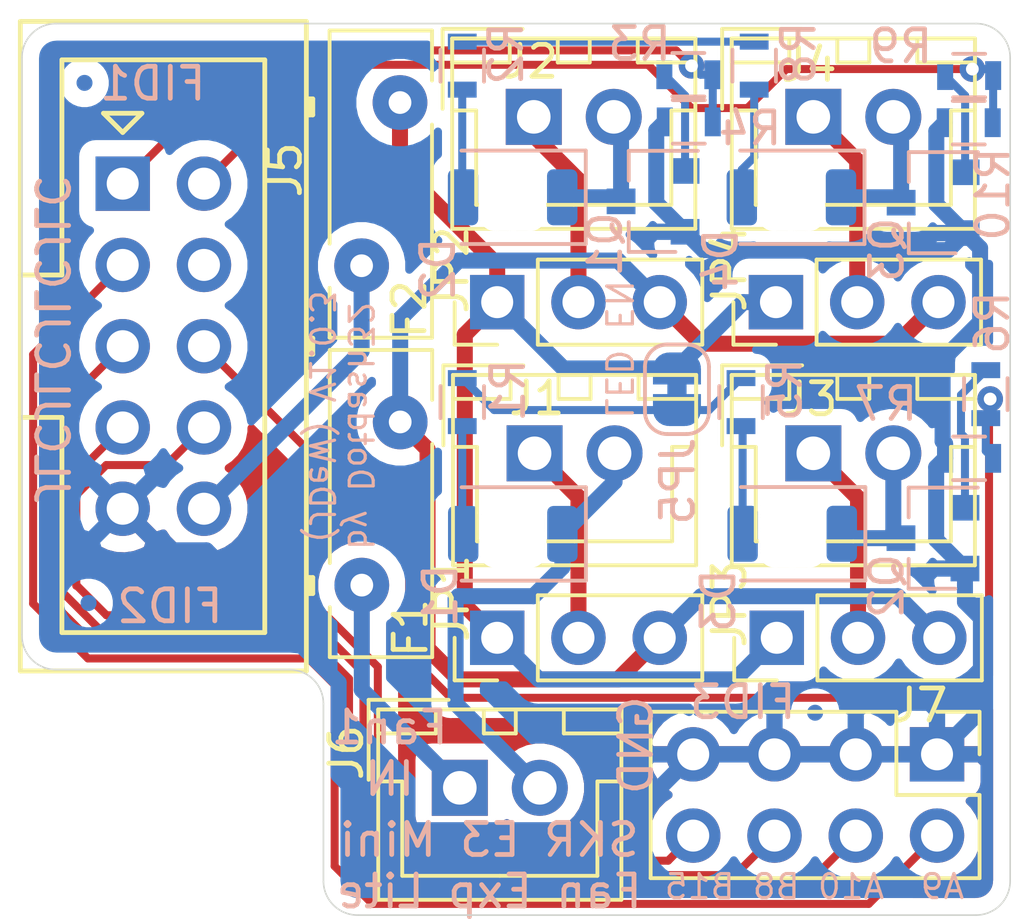
<source format=kicad_pcb>
(kicad_pcb (version 20171130) (host pcbnew "(5.1.10-1-10_14)")

  (general
    (thickness 1.6)
    (drawings 20)
    (tracks 182)
    (zones 0)
    (modules 34)
    (nets 30)
  )

  (page A4)
  (title_block
    (date 2022-01-10)
    (rev V1.0.3)
  )

  (layers
    (0 F.Cu signal)
    (31 B.Cu signal)
    (32 B.Adhes user)
    (33 F.Adhes user)
    (34 B.Paste user)
    (35 F.Paste user)
    (36 B.SilkS user)
    (37 F.SilkS user)
    (38 B.Mask user)
    (39 F.Mask user)
    (40 Dwgs.User user)
    (41 Cmts.User user)
    (42 Eco1.User user)
    (43 Eco2.User user)
    (44 Edge.Cuts user)
    (45 Margin user)
    (46 B.CrtYd user)
    (47 F.CrtYd user)
    (48 B.Fab user hide)
    (49 F.Fab user hide)
  )

  (setup
    (last_trace_width 0.25)
    (trace_clearance 0.2)
    (zone_clearance 0.508)
    (zone_45_only no)
    (trace_min 0.2)
    (via_size 0.8)
    (via_drill 0.4)
    (via_min_size 0.4)
    (via_min_drill 0.3)
    (uvia_size 0.3)
    (uvia_drill 0.1)
    (uvias_allowed no)
    (uvia_min_size 0.2)
    (uvia_min_drill 0.1)
    (edge_width 0.05)
    (segment_width 0.2)
    (pcb_text_width 0.3)
    (pcb_text_size 1.5 1.5)
    (mod_edge_width 0.12)
    (mod_text_size 1 1)
    (mod_text_width 0.15)
    (pad_size 1.524 1.524)
    (pad_drill 0.762)
    (pad_to_mask_clearance 0)
    (aux_axis_origin 39.624 40.005)
    (visible_elements FFFFFF7F)
    (pcbplotparams
      (layerselection 0x010fc_ffffffff)
      (usegerberextensions false)
      (usegerberattributes true)
      (usegerberadvancedattributes true)
      (creategerberjobfile true)
      (excludeedgelayer true)
      (linewidth 0.100000)
      (plotframeref false)
      (viasonmask false)
      (mode 1)
      (useauxorigin false)
      (hpglpennumber 1)
      (hpglpenspeed 20)
      (hpglpendiameter 15.000000)
      (psnegative false)
      (psa4output false)
      (plotreference true)
      (plotvalue false)
      (plotinvisibletext false)
      (padsonsilk false)
      (subtractmaskfromsilk false)
      (outputformat 1)
      (mirror false)
      (drillshape 0)
      (scaleselection 1)
      (outputdirectory "gerbers/"))
  )

  (net 0 "")
  (net 1 GND)
  (net 2 /FAN1_Drive)
  (net 3 "Net-(D3-Pad2)")
  (net 4 /FAN2_Drive)
  (net 5 "Net-(D4-Pad2)")
  (net 6 /FAN3_Drive)
  (net 7 /FAN4_Drive)
  (net 8 +24V)
  (net 9 +5V)
  (net 10 /FAN2)
  (net 11 /FAN4)
  (net 12 /FAN3)
  (net 13 "Net-(Q1-Pad1)")
  (net 14 "Net-(Q2-Pad1)")
  (net 15 "Net-(Q3-Pad1)")
  (net 16 /F1V)
  (net 17 /F2V)
  (net 18 /F3V)
  (net 19 /F4V)
  (net 20 /24V_unFused)
  (net 21 /5V_unFused)
  (net 22 /LED_Drive)
  (net 23 /PASS1)
  (net 24 /PASS2)
  (net 25 /PASS0)
  (net 26 /PASS3)
  (net 27 "Net-(D1-Pad2)")
  (net 28 "Net-(D2-Pad2)")
  (net 29 "Net-(J5-Pad4)")

  (net_class Default "This is the default net class."
    (clearance 0.2)
    (trace_width 0.25)
    (via_dia 0.8)
    (via_drill 0.4)
    (uvia_dia 0.3)
    (uvia_drill 0.1)
    (add_net /FAN2)
    (add_net /FAN3)
    (add_net /FAN4)
    (add_net /LED_Drive)
    (add_net /PASS0)
    (add_net /PASS1)
    (add_net /PASS2)
    (add_net /PASS3)
    (add_net "Net-(D1-Pad2)")
    (add_net "Net-(D2-Pad2)")
    (add_net "Net-(D3-Pad2)")
    (add_net "Net-(D4-Pad2)")
    (add_net "Net-(J5-Pad4)")
    (add_net "Net-(Q1-Pad1)")
    (add_net "Net-(Q2-Pad1)")
    (add_net "Net-(Q3-Pad1)")
  )

  (net_class Power ""
    (clearance 0.2)
    (trace_width 0.5)
    (via_dia 0.8)
    (via_drill 0.4)
    (uvia_dia 0.3)
    (uvia_drill 0.1)
    (add_net +24V)
    (add_net +5V)
    (add_net /24V_unFused)
    (add_net /5V_unFused)
    (add_net /F1V)
    (add_net /F2V)
    (add_net /F3V)
    (add_net /F4V)
    (add_net /FAN1_Drive)
    (add_net /FAN2_Drive)
    (add_net /FAN3_Drive)
    (add_net /FAN4_Drive)
    (add_net GND)
  )

  (module LED_SMD:LED_1206_3216Metric_ReverseMount_Hole2.1x2.1mm (layer B.Cu) (tedit 61DCEC01) (tstamp 61D3FA7A)
    (at 64.33312 46.14672 180)
    (path /61DF6C8D)
    (attr smd)
    (fp_text reference D4 (at 2.20472 -1.96088 90) (layer B.SilkS)
      (effects (font (size 1 1) (thickness 0.15)) (justify mirror))
    )
    (fp_text value LED (at 0 -2.54) (layer B.Fab)
      (effects (font (size 1 1) (thickness 0.15)) (justify mirror))
    )
    (fp_line (start 0.8 0.8) (end -0.8 0.8) (layer Dwgs.User) (width 0.12))
    (fp_line (start 0.8 -0.8) (end 0.8 0.8) (layer Dwgs.User) (width 0.12))
    (fp_line (start -0.8 -0.8) (end 0.8 -0.8) (layer Dwgs.User) (width 0.12))
    (fp_line (start -0.8 0.8) (end -0.8 -0.8) (layer Dwgs.User) (width 0.12))
    (fp_line (start -1.2 0.8) (end -1.6 0.4) (layer B.Fab) (width 0.1))
    (fp_line (start 2.28 -1.46) (end -2.28 -1.46) (layer B.CrtYd) (width 0.05))
    (fp_line (start 1.6 -0.8) (end 1.6 0.8) (layer B.Fab) (width 0.1))
    (fp_line (start -2.285 1.46) (end -2.285 -1.46) (layer B.SilkS) (width 0.12))
    (fp_line (start 1.6 1.46) (end -2.285 1.46) (layer B.SilkS) (width 0.12))
    (fp_line (start -1.6 0.4) (end -1.6 -0.8) (layer B.Fab) (width 0.1))
    (fp_line (start 1.6 0.8) (end -1.2 0.8) (layer B.Fab) (width 0.1))
    (fp_line (start -2.28 -1.46) (end -2.28 1.46) (layer B.CrtYd) (width 0.05))
    (fp_line (start -1.6 -0.8) (end 1.6 -0.8) (layer B.Fab) (width 0.1))
    (fp_line (start -2.28 1.46) (end 2.28 1.46) (layer B.CrtYd) (width 0.05))
    (fp_line (start -2.285 -1.46) (end 1.6 -1.46) (layer B.SilkS) (width 0.12))
    (fp_line (start 2.28 1.46) (end 2.28 -1.46) (layer B.CrtYd) (width 0.05))
    (pad "" np_thru_hole oval (at 0 0.55 180) (size 2.1 1) (drill oval 2.1 1) (layers *.Cu *.Mask))
    (pad "" np_thru_hole oval (at 0 -0.55 180) (size 2.1 1) (drill oval 2.1 1) (layers *.Cu *.Mask))
    (pad "" np_thru_hole oval (at 0.55 0 180) (size 1 2.1) (drill oval 1 2.1) (layers *.Cu *.Mask))
    (pad "" np_thru_hole oval (at -0.55 0 180) (size 1 2.1) (drill oval 1 2.1) (layers *.Cu *.Mask))
    (pad "" np_thru_hole oval (at 0 0 180) (size 2.1 2.1) (drill oval 2.1) (layers *.Cu *.Mask))
    (pad 2 smd roundrect (at 1.55 0 180) (size 0.95 1.75) (layers B.Cu B.Paste B.Mask) (roundrect_rratio 0.2)
      (net 5 "Net-(D4-Pad2)"))
    (pad 1 smd roundrect (at -1.55 0 180) (size 0.95 1.75) (layers B.Cu B.Paste B.Mask) (roundrect_rratio 0.2)
      (net 7 /FAN4_Drive))
    (model ${KISYS3DMOD}/LED_SMD.3dshapes/LED_1206_3216Metric_Castellated.step
      (offset (xyz 0 0 0.5))
      (scale (xyz 1 1 1))
      (rotate (xyz 180 0 0))
    )
  )

  (module LED_SMD:LED_1206_3216Metric_ReverseMount_Hole2.1x2.1mm (layer B.Cu) (tedit 61DCEC01) (tstamp 61D3FAB3)
    (at 64.35852 56.66232 180)
    (path /61DAD575)
    (attr smd)
    (fp_text reference D3 (at 2.30632 -2.08788 90) (layer B.SilkS)
      (effects (font (size 1 1) (thickness 0.15)) (justify mirror))
    )
    (fp_text value LED (at 0 -2.54) (layer B.Fab)
      (effects (font (size 1 1) (thickness 0.15)) (justify mirror))
    )
    (fp_line (start 0.8 0.8) (end -0.8 0.8) (layer Dwgs.User) (width 0.12))
    (fp_line (start 0.8 -0.8) (end 0.8 0.8) (layer Dwgs.User) (width 0.12))
    (fp_line (start -0.8 -0.8) (end 0.8 -0.8) (layer Dwgs.User) (width 0.12))
    (fp_line (start -0.8 0.8) (end -0.8 -0.8) (layer Dwgs.User) (width 0.12))
    (fp_line (start -1.2 0.8) (end -1.6 0.4) (layer B.Fab) (width 0.1))
    (fp_line (start 2.28 -1.46) (end -2.28 -1.46) (layer B.CrtYd) (width 0.05))
    (fp_line (start 1.6 -0.8) (end 1.6 0.8) (layer B.Fab) (width 0.1))
    (fp_line (start -2.285 1.46) (end -2.285 -1.46) (layer B.SilkS) (width 0.12))
    (fp_line (start 1.6 1.46) (end -2.285 1.46) (layer B.SilkS) (width 0.12))
    (fp_line (start -1.6 0.4) (end -1.6 -0.8) (layer B.Fab) (width 0.1))
    (fp_line (start 1.6 0.8) (end -1.2 0.8) (layer B.Fab) (width 0.1))
    (fp_line (start -2.28 -1.46) (end -2.28 1.46) (layer B.CrtYd) (width 0.05))
    (fp_line (start -1.6 -0.8) (end 1.6 -0.8) (layer B.Fab) (width 0.1))
    (fp_line (start -2.28 1.46) (end 2.28 1.46) (layer B.CrtYd) (width 0.05))
    (fp_line (start -2.285 -1.46) (end 1.6 -1.46) (layer B.SilkS) (width 0.12))
    (fp_line (start 2.28 1.46) (end 2.28 -1.46) (layer B.CrtYd) (width 0.05))
    (pad "" np_thru_hole oval (at 0 0.55 180) (size 2.1 1) (drill oval 2.1 1) (layers *.Cu *.Mask))
    (pad "" np_thru_hole oval (at 0 -0.55 180) (size 2.1 1) (drill oval 2.1 1) (layers *.Cu *.Mask))
    (pad "" np_thru_hole oval (at 0.55 0 180) (size 1 2.1) (drill oval 1 2.1) (layers *.Cu *.Mask))
    (pad "" np_thru_hole oval (at -0.55 0 180) (size 1 2.1) (drill oval 1 2.1) (layers *.Cu *.Mask))
    (pad "" np_thru_hole oval (at 0 0 180) (size 2.1 2.1) (drill oval 2.1) (layers *.Cu *.Mask))
    (pad 2 smd roundrect (at 1.55 0 180) (size 0.95 1.75) (layers B.Cu B.Paste B.Mask) (roundrect_rratio 0.2)
      (net 3 "Net-(D3-Pad2)"))
    (pad 1 smd roundrect (at -1.55 0 180) (size 0.95 1.75) (layers B.Cu B.Paste B.Mask) (roundrect_rratio 0.2)
      (net 6 /FAN3_Drive))
    (model ${KISYS3DMOD}/LED_SMD.3dshapes/LED_1206_3216Metric_Castellated.step
      (offset (xyz 0 0 0.5))
      (scale (xyz 1 1 1))
      (rotate (xyz 180 0 0))
    )
  )

  (module LED_SMD:LED_1206_3216Metric_ReverseMount_Hole2.1x2.1mm (layer B.Cu) (tedit 61DCEC01) (tstamp 61D3FA41)
    (at 55.62092 46.14672 180)
    (path /61CF5CDB)
    (attr smd)
    (fp_text reference D2 (at 2.33172 -2.24028 90) (layer B.SilkS)
      (effects (font (size 1 1) (thickness 0.15)) (justify mirror))
    )
    (fp_text value LED (at 0 -2.54) (layer B.Fab)
      (effects (font (size 1 1) (thickness 0.15)) (justify mirror))
    )
    (fp_line (start 0.8 0.8) (end -0.8 0.8) (layer Dwgs.User) (width 0.12))
    (fp_line (start 0.8 -0.8) (end 0.8 0.8) (layer Dwgs.User) (width 0.12))
    (fp_line (start -0.8 -0.8) (end 0.8 -0.8) (layer Dwgs.User) (width 0.12))
    (fp_line (start -0.8 0.8) (end -0.8 -0.8) (layer Dwgs.User) (width 0.12))
    (fp_line (start -1.2 0.8) (end -1.6 0.4) (layer B.Fab) (width 0.1))
    (fp_line (start 2.28 -1.46) (end -2.28 -1.46) (layer B.CrtYd) (width 0.05))
    (fp_line (start 1.6 -0.8) (end 1.6 0.8) (layer B.Fab) (width 0.1))
    (fp_line (start -2.285 1.46) (end -2.285 -1.46) (layer B.SilkS) (width 0.12))
    (fp_line (start 1.6 1.46) (end -2.285 1.46) (layer B.SilkS) (width 0.12))
    (fp_line (start -1.6 0.4) (end -1.6 -0.8) (layer B.Fab) (width 0.1))
    (fp_line (start 1.6 0.8) (end -1.2 0.8) (layer B.Fab) (width 0.1))
    (fp_line (start -2.28 -1.46) (end -2.28 1.46) (layer B.CrtYd) (width 0.05))
    (fp_line (start -1.6 -0.8) (end 1.6 -0.8) (layer B.Fab) (width 0.1))
    (fp_line (start -2.28 1.46) (end 2.28 1.46) (layer B.CrtYd) (width 0.05))
    (fp_line (start -2.285 -1.46) (end 1.6 -1.46) (layer B.SilkS) (width 0.12))
    (fp_line (start 2.28 1.46) (end 2.28 -1.46) (layer B.CrtYd) (width 0.05))
    (pad "" np_thru_hole oval (at 0 0.55 180) (size 2.1 1) (drill oval 2.1 1) (layers *.Cu *.Mask))
    (pad "" np_thru_hole oval (at 0 -0.55 180) (size 2.1 1) (drill oval 2.1 1) (layers *.Cu *.Mask))
    (pad "" np_thru_hole oval (at 0.55 0 180) (size 1 2.1) (drill oval 1 2.1) (layers *.Cu *.Mask))
    (pad "" np_thru_hole oval (at -0.55 0 180) (size 1 2.1) (drill oval 1 2.1) (layers *.Cu *.Mask))
    (pad "" np_thru_hole oval (at 0 0 180) (size 2.1 2.1) (drill oval 2.1) (layers *.Cu *.Mask))
    (pad 2 smd roundrect (at 1.55 0 180) (size 0.95 1.75) (layers B.Cu B.Paste B.Mask) (roundrect_rratio 0.2)
      (net 28 "Net-(D2-Pad2)"))
    (pad 1 smd roundrect (at -1.55 0 180) (size 0.95 1.75) (layers B.Cu B.Paste B.Mask) (roundrect_rratio 0.2)
      (net 4 /FAN2_Drive))
    (model ${KISYS3DMOD}/LED_SMD.3dshapes/LED_1206_3216Metric_Castellated.step
      (offset (xyz 0 0 0.5))
      (scale (xyz 1 1 1))
      (rotate (xyz 180 0 0))
    )
  )

  (module LED_SMD:LED_1206_3216Metric_ReverseMount_Hole2.1x2.1mm (layer B.Cu) (tedit 61DCEC01) (tstamp 61D431D0)
    (at 55.626 56.6674 180)
    (path /61C95144)
    (attr smd)
    (fp_text reference D1 (at 2.2606 -1.9304 90) (layer B.SilkS)
      (effects (font (size 1 1) (thickness 0.15)) (justify mirror))
    )
    (fp_text value LED (at 0 -2.54) (layer B.Fab)
      (effects (font (size 1 1) (thickness 0.15)) (justify mirror))
    )
    (fp_line (start 0.8 0.8) (end -0.8 0.8) (layer Dwgs.User) (width 0.12))
    (fp_line (start 0.8 -0.8) (end 0.8 0.8) (layer Dwgs.User) (width 0.12))
    (fp_line (start -0.8 -0.8) (end 0.8 -0.8) (layer Dwgs.User) (width 0.12))
    (fp_line (start -0.8 0.8) (end -0.8 -0.8) (layer Dwgs.User) (width 0.12))
    (fp_line (start -1.2 0.8) (end -1.6 0.4) (layer B.Fab) (width 0.1))
    (fp_line (start 2.28 -1.46) (end -2.28 -1.46) (layer B.CrtYd) (width 0.05))
    (fp_line (start 1.6 -0.8) (end 1.6 0.8) (layer B.Fab) (width 0.1))
    (fp_line (start -2.285 1.46) (end -2.285 -1.46) (layer B.SilkS) (width 0.12))
    (fp_line (start 1.6 1.46) (end -2.285 1.46) (layer B.SilkS) (width 0.12))
    (fp_line (start -1.6 0.4) (end -1.6 -0.8) (layer B.Fab) (width 0.1))
    (fp_line (start 1.6 0.8) (end -1.2 0.8) (layer B.Fab) (width 0.1))
    (fp_line (start -2.28 -1.46) (end -2.28 1.46) (layer B.CrtYd) (width 0.05))
    (fp_line (start -1.6 -0.8) (end 1.6 -0.8) (layer B.Fab) (width 0.1))
    (fp_line (start -2.28 1.46) (end 2.28 1.46) (layer B.CrtYd) (width 0.05))
    (fp_line (start -2.285 -1.46) (end 1.6 -1.46) (layer B.SilkS) (width 0.12))
    (fp_line (start 2.28 1.46) (end 2.28 -1.46) (layer B.CrtYd) (width 0.05))
    (pad "" np_thru_hole oval (at 0 0.55 180) (size 2.1 1) (drill oval 2.1 1) (layers *.Cu *.Mask))
    (pad "" np_thru_hole oval (at 0 -0.55 180) (size 2.1 1) (drill oval 2.1 1) (layers *.Cu *.Mask))
    (pad "" np_thru_hole oval (at 0.55 0 180) (size 1 2.1) (drill oval 1 2.1) (layers *.Cu *.Mask))
    (pad "" np_thru_hole oval (at -0.55 0 180) (size 1 2.1) (drill oval 1 2.1) (layers *.Cu *.Mask))
    (pad "" np_thru_hole oval (at 0 0 180) (size 2.1 2.1) (drill oval 2.1) (layers *.Cu *.Mask))
    (pad 2 smd roundrect (at 1.55 0 180) (size 0.95 1.75) (layers B.Cu B.Paste B.Mask) (roundrect_rratio 0.2)
      (net 27 "Net-(D1-Pad2)"))
    (pad 1 smd roundrect (at -1.55 0 180) (size 0.95 1.75) (layers B.Cu B.Paste B.Mask) (roundrect_rratio 0.2)
      (net 2 /FAN1_Drive))
    (model ${KISYS3DMOD}/LED_SMD.3dshapes/LED_1206_3216Metric_Castellated.step
      (offset (xyz 0 0 0.5))
      (scale (xyz 1 1 1))
      (rotate (xyz 180 0 0))
    )
  )

  (module Fiducials:Fiducial_0.5mm_Dia_1mm_Outer (layer B.Cu) (tedit 59FE02FD) (tstamp 61DC7D07)
    (at 65.0748 62.2554)
    (descr "Circular Fiducial, 0.5mm bare copper top; 1mm keepout (Level C)")
    (tags marker)
    (path /61DE12C9)
    (attr virtual)
    (fp_text reference FID3 (at -2.2606 -0.3302) (layer B.SilkS)
      (effects (font (size 1 1) (thickness 0.15)) (justify mirror))
    )
    (fp_text value Fiducial (at 0 -1.5) (layer B.Fab)
      (effects (font (size 1 1) (thickness 0.15)) (justify mirror))
    )
    (fp_circle (center 0 0) (end 0.75 0) (layer B.CrtYd) (width 0.05))
    (fp_circle (center 0 0) (end 0.5 0) (layer B.Fab) (width 0.1))
    (fp_text user %R (at 0 0) (layer B.Fab)
      (effects (font (size 0.2 0.2) (thickness 0.04)) (justify mirror))
    )
    (pad ~ smd circle (at 0 0) (size 0.5 0.5) (layers B.Cu B.Mask)
      (solder_mask_margin 0.25) (clearance 0.25))
  )

  (module Fiducials:Fiducial_0.5mm_Dia_1mm_Outer (layer B.Cu) (tedit 59FE02FD) (tstamp 61DC7D04)
    (at 42.3672 58.8264)
    (descr "Circular Fiducial, 0.5mm bare copper top; 1mm keepout (Level C)")
    (tags marker)
    (path /61DDDD44)
    (attr virtual)
    (fp_text reference FID2 (at 2.54 0.1016) (layer B.SilkS)
      (effects (font (size 1 1) (thickness 0.15)) (justify mirror))
    )
    (fp_text value Fiducial (at 0 -1.5) (layer B.Fab)
      (effects (font (size 1 1) (thickness 0.15)) (justify mirror))
    )
    (fp_circle (center 0 0) (end 0.75 0) (layer B.CrtYd) (width 0.05))
    (fp_circle (center 0 0) (end 0.5 0) (layer B.Fab) (width 0.1))
    (fp_text user %R (at 0 0) (layer B.Fab)
      (effects (font (size 0.2 0.2) (thickness 0.04)) (justify mirror))
    )
    (pad ~ smd circle (at 0 0) (size 0.5 0.5) (layers B.Cu B.Mask)
      (solder_mask_margin 0.25) (clearance 0.25))
  )

  (module Fiducials:Fiducial_0.5mm_Dia_1mm_Outer (layer B.Cu) (tedit 59FE02FD) (tstamp 61DC80CE)
    (at 42.2402 42.5704)
    (descr "Circular Fiducial, 0.5mm bare copper top; 1mm keepout (Level C)")
    (tags marker)
    (path /61DD8A6E)
    (attr virtual)
    (fp_text reference FID1 (at 2.1336 0.0254) (layer B.SilkS)
      (effects (font (size 1 1) (thickness 0.15)) (justify mirror))
    )
    (fp_text value Fiducial (at 0 -1.5) (layer B.Fab)
      (effects (font (size 1 1) (thickness 0.15)) (justify mirror))
    )
    (fp_circle (center 0 0) (end 0.75 0) (layer B.CrtYd) (width 0.05))
    (fp_circle (center 0 0) (end 0.5 0) (layer B.Fab) (width 0.1))
    (fp_text user %R (at 0 0) (layer B.Fab)
      (effects (font (size 0.2 0.2) (thickness 0.04)) (justify mirror))
    )
    (pad ~ smd circle (at 0 0) (size 0.5 0.5) (layers B.Cu B.Mask)
      (solder_mask_margin 0.25) (clearance 0.25))
  )

  (module Pin_Headers:Pin_Header_Straight_2x04_Pitch2.54mm (layer F.Cu) (tedit 59650532) (tstamp 61BE9FB2)
    (at 68.8848 63.55588 270)
    (descr "Through hole straight pin header, 2x04, 2.54mm pitch, double rows")
    (tags "Through hole pin header THT 2x04 2.54mm double row")
    (path /62877243)
    (fp_text reference J7 (at -1.52908 0.5334 180) (layer F.SilkS)
      (effects (font (size 1 1) (thickness 0.15)))
    )
    (fp_text value IO_PassThrough (at 1.27 9.95 90) (layer F.Fab)
      (effects (font (size 1 1) (thickness 0.15)))
    )
    (fp_line (start 0 -1.27) (end 3.81 -1.27) (layer F.Fab) (width 0.1))
    (fp_line (start 3.81 -1.27) (end 3.81 8.89) (layer F.Fab) (width 0.1))
    (fp_line (start 3.81 8.89) (end -1.27 8.89) (layer F.Fab) (width 0.1))
    (fp_line (start -1.27 8.89) (end -1.27 0) (layer F.Fab) (width 0.1))
    (fp_line (start -1.27 0) (end 0 -1.27) (layer F.Fab) (width 0.1))
    (fp_line (start -1.33 8.95) (end 3.87 8.95) (layer F.SilkS) (width 0.12))
    (fp_line (start -1.33 1.27) (end -1.33 8.95) (layer F.SilkS) (width 0.12))
    (fp_line (start 3.87 -1.33) (end 3.87 8.95) (layer F.SilkS) (width 0.12))
    (fp_line (start -1.33 1.27) (end 1.27 1.27) (layer F.SilkS) (width 0.12))
    (fp_line (start 1.27 1.27) (end 1.27 -1.33) (layer F.SilkS) (width 0.12))
    (fp_line (start 1.27 -1.33) (end 3.87 -1.33) (layer F.SilkS) (width 0.12))
    (fp_line (start -1.33 0) (end -1.33 -1.33) (layer F.SilkS) (width 0.12))
    (fp_line (start -1.33 -1.33) (end 0 -1.33) (layer F.SilkS) (width 0.12))
    (fp_line (start -1.8 -1.8) (end -1.8 9.4) (layer F.CrtYd) (width 0.05))
    (fp_line (start -1.8 9.4) (end 4.35 9.4) (layer F.CrtYd) (width 0.05))
    (fp_line (start 4.35 9.4) (end 4.35 -1.8) (layer F.CrtYd) (width 0.05))
    (fp_line (start 4.35 -1.8) (end -1.8 -1.8) (layer F.CrtYd) (width 0.05))
    (fp_text user %R (at 1.27 3.81) (layer F.Fab)
      (effects (font (size 1 1) (thickness 0.15)))
    )
    (pad 1 thru_hole rect (at 0 0 270) (size 1.7 1.7) (drill 1) (layers *.Cu *.Mask)
      (net 1 GND))
    (pad 2 thru_hole oval (at 2.54 0 270) (size 1.7 1.7) (drill 1) (layers *.Cu *.Mask)
      (net 25 /PASS0))
    (pad 3 thru_hole oval (at 0 2.54 270) (size 1.7 1.7) (drill 1) (layers *.Cu *.Mask)
      (net 1 GND))
    (pad 4 thru_hole oval (at 2.54 2.54 270) (size 1.7 1.7) (drill 1) (layers *.Cu *.Mask)
      (net 23 /PASS1))
    (pad 5 thru_hole oval (at 0 5.08 270) (size 1.7 1.7) (drill 1) (layers *.Cu *.Mask)
      (net 1 GND))
    (pad 6 thru_hole oval (at 2.54 5.08 270) (size 1.7 1.7) (drill 1) (layers *.Cu *.Mask)
      (net 24 /PASS2))
    (pad 7 thru_hole oval (at 0 7.62 270) (size 1.7 1.7) (drill 1) (layers *.Cu *.Mask)
      (net 1 GND))
    (pad 8 thru_hole oval (at 2.54 7.62 270) (size 1.7 1.7) (drill 1) (layers *.Cu *.Mask)
      (net 26 /PASS3))
    (model ${KISYS3DMOD}/Connector_PinHeader_2.54mm.3dshapes/PinHeader_2x04_P2.54mm_Vertical.step
      (at (xyz 0 0 0))
      (scale (xyz 1 1 1))
      (rotate (xyz 0 0 0))
    )
  )

  (module Fuse:Fuse_Bourns_MF-RHT200 (layer F.Cu) (tedit 5B8F0E50) (tstamp 61D3B022)
    (at 52.10048 43.18508 270)
    (descr "PTC Resettable Fuse, Ihold = 2.0A, Itrip=3.8A, http://www.bourns.com/docs/product-datasheets/mfrht.pdf")
    (tags "ptc resettable fuse polyfuse THT")
    (path /61C255C6)
    (fp_text reference F2 (at 6.46176 -0.29464 90) (layer F.SilkS)
      (effects (font (size 1 1) (thickness 0.15)))
    )
    (fp_text value MF-RHT200/32 (at 2.55 3.1 90) (layer F.Fab)
      (effects (font (size 1 1) (thickness 0.15)))
    )
    (fp_line (start -2.15 -0.9) (end -2.15 2.1) (layer F.Fab) (width 0.1))
    (fp_line (start -2.15 2.1) (end 7.25 2.1) (layer F.Fab) (width 0.1))
    (fp_line (start 7.25 2.1) (end 7.25 -0.9) (layer F.Fab) (width 0.1))
    (fp_line (start 7.25 -0.9) (end -2.15 -0.9) (layer F.Fab) (width 0.1))
    (fp_line (start -2.251 -1) (end -0.689 -1) (layer F.SilkS) (width 0.12))
    (fp_line (start 0.689 -1) (end 7.35 -1) (layer F.SilkS) (width 0.12))
    (fp_line (start -2.251 2.2) (end 4.412 2.2) (layer F.SilkS) (width 0.12))
    (fp_line (start 5.789 2.2) (end 7.35 2.2) (layer F.SilkS) (width 0.12))
    (fp_line (start -2.251 -1) (end -2.251 2.2) (layer F.SilkS) (width 0.12))
    (fp_line (start 7.35 -1) (end 7.35 2.2) (layer F.SilkS) (width 0.12))
    (fp_line (start -2.4 -1.15) (end -2.4 2.35) (layer F.CrtYd) (width 0.05))
    (fp_line (start -2.4 2.35) (end 7.5 2.35) (layer F.CrtYd) (width 0.05))
    (fp_line (start 7.5 2.35) (end 7.5 -1.15) (layer F.CrtYd) (width 0.05))
    (fp_line (start 7.5 -1.15) (end -2.4 -1.15) (layer F.CrtYd) (width 0.05))
    (fp_text user %R (at 2.55 0.6 90) (layer F.Fab)
      (effects (font (size 1 1) (thickness 0.15)))
    )
    (pad 2 thru_hole circle (at 5.1 1.2 270) (size 1.71 1.71) (drill 0.71) (layers *.Cu *.Mask)
      (net 21 /5V_unFused))
    (pad 1 thru_hole circle (at 0 0 270) (size 1.71 1.71) (drill 0.71) (layers *.Cu *.Mask)
      (net 9 +5V))
    (model ${KISYS3DMOD}/Fuse.3dshapes/Fuse_Bourns_MF-RHT200.wrl
      (at (xyz 0 0 0))
      (scale (xyz 1 1 1))
      (rotate (xyz 0 0 0))
    )
    (model ${KISYS3DMOD}/Fuse.3dshapes/Fuse_BelFuse_0ZRE_0ZRE0005FF_L8.3mm_W3.8mm.step
      (at (xyz 0 0 0))
      (scale (xyz 1 1 1))
      (rotate (xyz 0 0 0))
    )
  )

  (module Fuse:Fuse_Bourns_MF-RHT200 (layer F.Cu) (tedit 5B8F0E50) (tstamp 61BE8E06)
    (at 50.90668 58.2676 90)
    (descr "PTC Resettable Fuse, Ihold = 2.0A, Itrip=3.8A, http://www.bourns.com/docs/product-datasheets/mfrht.pdf")
    (tags "ptc resettable fuse polyfuse THT")
    (path /61C26288)
    (fp_text reference F1 (at -1.34144 1.52512 90) (layer F.SilkS)
      (effects (font (size 1 1) (thickness 0.15)))
    )
    (fp_text value MF-RHT200/32 (at 2.55 3.1 90) (layer F.Fab)
      (effects (font (size 1 1) (thickness 0.15)))
    )
    (fp_line (start -2.15 -0.9) (end -2.15 2.1) (layer F.Fab) (width 0.1))
    (fp_line (start -2.15 2.1) (end 7.25 2.1) (layer F.Fab) (width 0.1))
    (fp_line (start 7.25 2.1) (end 7.25 -0.9) (layer F.Fab) (width 0.1))
    (fp_line (start 7.25 -0.9) (end -2.15 -0.9) (layer F.Fab) (width 0.1))
    (fp_line (start -2.251 -1) (end -0.689 -1) (layer F.SilkS) (width 0.12))
    (fp_line (start 0.689 -1) (end 7.35 -1) (layer F.SilkS) (width 0.12))
    (fp_line (start -2.251 2.2) (end 4.412 2.2) (layer F.SilkS) (width 0.12))
    (fp_line (start 5.789 2.2) (end 7.35 2.2) (layer F.SilkS) (width 0.12))
    (fp_line (start -2.251 -1) (end -2.251 2.2) (layer F.SilkS) (width 0.12))
    (fp_line (start 7.35 -1) (end 7.35 2.2) (layer F.SilkS) (width 0.12))
    (fp_line (start -2.4 -1.15) (end -2.4 2.35) (layer F.CrtYd) (width 0.05))
    (fp_line (start -2.4 2.35) (end 7.5 2.35) (layer F.CrtYd) (width 0.05))
    (fp_line (start 7.5 2.35) (end 7.5 -1.15) (layer F.CrtYd) (width 0.05))
    (fp_line (start 7.5 -1.15) (end -2.4 -1.15) (layer F.CrtYd) (width 0.05))
    (fp_text user %R (at 2.55 0.6 90) (layer F.Fab)
      (effects (font (size 1 1) (thickness 0.15)))
    )
    (pad 2 thru_hole circle (at 5.1 1.2 90) (size 1.71 1.71) (drill 0.71) (layers *.Cu *.Mask)
      (net 8 +24V))
    (pad 1 thru_hole circle (at 0 0 90) (size 1.71 1.71) (drill 0.71) (layers *.Cu *.Mask)
      (net 20 /24V_unFused))
    (model ${KISYS3DMOD}/Fuse.3dshapes/Fuse_Bourns_MF-RHT200.wrl
      (at (xyz 0 0 0))
      (scale (xyz 1 1 1))
      (rotate (xyz 0 0 0))
    )
    (model ${KISYS3DMOD}/Fuse.3dshapes/Fuse_BelFuse_0ZRE_0ZRE0005FF_L8.3mm_W3.8mm.step
      (at (xyz 0 0 0))
      (scale (xyz 1 1 1))
      (rotate (xyz 0 0 0))
    )
  )

  (module Resistors_SMD:R_0603 (layer B.Cu) (tedit 58E0A804) (tstamp 61BD876D)
    (at 69.8754 43.815)
    (descr "Resistor SMD 0603, reflow soldering, Vishay (see dcrcw.pdf)")
    (tags "resistor 0603")
    (path /61DF6CA2)
    (attr smd)
    (fp_text reference R10 (at 0.762 2.2352 270) (layer B.SilkS)
      (effects (font (size 1 1) (thickness 0.15)) (justify mirror))
    )
    (fp_text value 100k (at 0 -1.5) (layer B.Fab)
      (effects (font (size 1 1) (thickness 0.15)) (justify mirror))
    )
    (fp_line (start 1.25 -0.7) (end -1.25 -0.7) (layer B.CrtYd) (width 0.05))
    (fp_line (start 1.25 -0.7) (end 1.25 0.7) (layer B.CrtYd) (width 0.05))
    (fp_line (start -1.25 0.7) (end -1.25 -0.7) (layer B.CrtYd) (width 0.05))
    (fp_line (start -1.25 0.7) (end 1.25 0.7) (layer B.CrtYd) (width 0.05))
    (fp_line (start -0.5 0.68) (end 0.5 0.68) (layer B.SilkS) (width 0.12))
    (fp_line (start 0.5 -0.68) (end -0.5 -0.68) (layer B.SilkS) (width 0.12))
    (fp_line (start -0.8 0.4) (end 0.8 0.4) (layer B.Fab) (width 0.1))
    (fp_line (start 0.8 0.4) (end 0.8 -0.4) (layer B.Fab) (width 0.1))
    (fp_line (start 0.8 -0.4) (end -0.8 -0.4) (layer B.Fab) (width 0.1))
    (fp_line (start -0.8 -0.4) (end -0.8 0.4) (layer B.Fab) (width 0.1))
    (fp_text user %R (at 0 0) (layer B.Fab)
      (effects (font (size 0.4 0.4) (thickness 0.075)) (justify mirror))
    )
    (pad 1 smd rect (at -0.75 0) (size 0.5 0.9) (layers B.Cu B.Paste B.Mask)
      (net 1 GND))
    (pad 2 smd rect (at 0.75 0) (size 0.5 0.9) (layers B.Cu B.Paste B.Mask)
      (net 11 /FAN4))
    (model ${KISYS3DMOD}/Resistor_SMD.3dshapes/R_0603_1608Metric.step
      (at (xyz 0 0 0))
      (scale (xyz 1 1 1))
      (rotate (xyz 0 0 0))
    )
  )

  (module Resistors_SMD:R_0603 (layer B.Cu) (tedit 58E0A804) (tstamp 61D67E67)
    (at 69.8888 42.3418)
    (descr "Resistor SMD 0603, reflow soldering, Vishay (see dcrcw.pdf)")
    (tags "resistor 0603")
    (path /61DF6C9C)
    (attr smd)
    (fp_text reference R9 (at -2.1336 -0.9144) (layer B.SilkS)
      (effects (font (size 1 1) (thickness 0.15)) (justify mirror))
    )
    (fp_text value 100R (at 0 -1.5) (layer B.Fab)
      (effects (font (size 1 1) (thickness 0.15)) (justify mirror))
    )
    (fp_line (start -0.8 -0.4) (end -0.8 0.4) (layer B.Fab) (width 0.1))
    (fp_line (start 0.8 -0.4) (end -0.8 -0.4) (layer B.Fab) (width 0.1))
    (fp_line (start 0.8 0.4) (end 0.8 -0.4) (layer B.Fab) (width 0.1))
    (fp_line (start -0.8 0.4) (end 0.8 0.4) (layer B.Fab) (width 0.1))
    (fp_line (start 0.5 -0.68) (end -0.5 -0.68) (layer B.SilkS) (width 0.12))
    (fp_line (start -0.5 0.68) (end 0.5 0.68) (layer B.SilkS) (width 0.12))
    (fp_line (start -1.25 0.7) (end 1.25 0.7) (layer B.CrtYd) (width 0.05))
    (fp_line (start -1.25 0.7) (end -1.25 -0.7) (layer B.CrtYd) (width 0.05))
    (fp_line (start 1.25 -0.7) (end 1.25 0.7) (layer B.CrtYd) (width 0.05))
    (fp_line (start 1.25 -0.7) (end -1.25 -0.7) (layer B.CrtYd) (width 0.05))
    (fp_text user %R (at 0 0) (layer B.Fab)
      (effects (font (size 0.4 0.4) (thickness 0.075)) (justify mirror))
    )
    (pad 2 smd rect (at 0.75 0) (size 0.5 0.9) (layers B.Cu B.Paste B.Mask)
      (net 11 /FAN4))
    (pad 1 smd rect (at -0.75 0) (size 0.5 0.9) (layers B.Cu B.Paste B.Mask)
      (net 15 "Net-(Q3-Pad1)"))
    (model ${KISYS3DMOD}/Resistor_SMD.3dshapes/R_0603_1608Metric.step
      (at (xyz 0 0 0))
      (scale (xyz 1 1 1))
      (rotate (xyz 0 0 0))
    )
  )

  (module Resistors_SMD:R_0603 (layer B.Cu) (tedit 58E0A804) (tstamp 61BD8B8D)
    (at 63.1698 42.03192 90)
    (descr "Resistor SMD 0603, reflow soldering, Vishay (see dcrcw.pdf)")
    (tags "resistor 0603")
    (path /61DF6C87)
    (attr smd)
    (fp_text reference R8 (at 0.39624 1.39192 90) (layer B.SilkS)
      (effects (font (size 1 1) (thickness 0.15)) (justify mirror))
    )
    (fp_text value 560R (at 0 -1.5 90) (layer B.Fab)
      (effects (font (size 1 1) (thickness 0.15)) (justify mirror))
    )
    (fp_line (start 1.25 -0.7) (end -1.25 -0.7) (layer B.CrtYd) (width 0.05))
    (fp_line (start 1.25 -0.7) (end 1.25 0.7) (layer B.CrtYd) (width 0.05))
    (fp_line (start -1.25 0.7) (end -1.25 -0.7) (layer B.CrtYd) (width 0.05))
    (fp_line (start -1.25 0.7) (end 1.25 0.7) (layer B.CrtYd) (width 0.05))
    (fp_line (start -0.5 0.68) (end 0.5 0.68) (layer B.SilkS) (width 0.12))
    (fp_line (start 0.5 -0.68) (end -0.5 -0.68) (layer B.SilkS) (width 0.12))
    (fp_line (start -0.8 0.4) (end 0.8 0.4) (layer B.Fab) (width 0.1))
    (fp_line (start 0.8 0.4) (end 0.8 -0.4) (layer B.Fab) (width 0.1))
    (fp_line (start 0.8 -0.4) (end -0.8 -0.4) (layer B.Fab) (width 0.1))
    (fp_line (start -0.8 -0.4) (end -0.8 0.4) (layer B.Fab) (width 0.1))
    (fp_text user %R (at 0 0 90) (layer B.Fab)
      (effects (font (size 0.4 0.4) (thickness 0.075)) (justify mirror))
    )
    (pad 1 smd rect (at -0.75 0 90) (size 0.5 0.9) (layers B.Cu B.Paste B.Mask)
      (net 5 "Net-(D4-Pad2)"))
    (pad 2 smd rect (at 0.75 0 90) (size 0.5 0.9) (layers B.Cu B.Paste B.Mask)
      (net 22 /LED_Drive))
    (model ${KISYS3DMOD}/Resistor_SMD.3dshapes/R_0603_1608Metric.step
      (at (xyz 0 0 0))
      (scale (xyz 1 1 1))
      (rotate (xyz 0 0 0))
    )
  )

  (module Resistors_SMD:R_0603 (layer B.Cu) (tedit 58E0A804) (tstamp 61D3F7E6)
    (at 69.8874 54.3052)
    (descr "Resistor SMD 0603, reflow soldering, Vishay (see dcrcw.pdf)")
    (tags "resistor 0603")
    (path /61DAD58A)
    (attr smd)
    (fp_text reference R7 (at -2.6028 -1.7018 180) (layer B.SilkS)
      (effects (font (size 1 1) (thickness 0.15)) (justify mirror))
    )
    (fp_text value 100k (at 0 -1.5) (layer B.Fab)
      (effects (font (size 1 1) (thickness 0.15)) (justify mirror))
    )
    (fp_line (start 1.25 -0.7) (end -1.25 -0.7) (layer B.CrtYd) (width 0.05))
    (fp_line (start 1.25 -0.7) (end 1.25 0.7) (layer B.CrtYd) (width 0.05))
    (fp_line (start -1.25 0.7) (end -1.25 -0.7) (layer B.CrtYd) (width 0.05))
    (fp_line (start -1.25 0.7) (end 1.25 0.7) (layer B.CrtYd) (width 0.05))
    (fp_line (start -0.5 0.68) (end 0.5 0.68) (layer B.SilkS) (width 0.12))
    (fp_line (start 0.5 -0.68) (end -0.5 -0.68) (layer B.SilkS) (width 0.12))
    (fp_line (start -0.8 0.4) (end 0.8 0.4) (layer B.Fab) (width 0.1))
    (fp_line (start 0.8 0.4) (end 0.8 -0.4) (layer B.Fab) (width 0.1))
    (fp_line (start 0.8 -0.4) (end -0.8 -0.4) (layer B.Fab) (width 0.1))
    (fp_line (start -0.8 -0.4) (end -0.8 0.4) (layer B.Fab) (width 0.1))
    (fp_text user %R (at 0 0) (layer B.Fab)
      (effects (font (size 0.4 0.4) (thickness 0.075)) (justify mirror))
    )
    (pad 1 smd rect (at -0.75 0) (size 0.5 0.9) (layers B.Cu B.Paste B.Mask)
      (net 1 GND))
    (pad 2 smd rect (at 0.75 0) (size 0.5 0.9) (layers B.Cu B.Paste B.Mask)
      (net 12 /FAN3))
    (model ${KISYS3DMOD}/Resistor_SMD.3dshapes/R_0603_1608Metric.step
      (at (xyz 0 0 0))
      (scale (xyz 1 1 1))
      (rotate (xyz 0 0 0))
    )
  )

  (module Resistors_SMD:R_0603 (layer B.Cu) (tedit 58E0A804) (tstamp 61D3F7B6)
    (at 70.4088 52.2986 270)
    (descr "Resistor SMD 0603, reflow soldering, Vishay (see dcrcw.pdf)")
    (tags "resistor 0603")
    (path /61DAD584)
    (attr smd)
    (fp_text reference R6 (at -2.2352 -0.2032 90) (layer B.SilkS)
      (effects (font (size 1 1) (thickness 0.15)) (justify mirror))
    )
    (fp_text value 100R (at 0 -1.5 90) (layer B.Fab)
      (effects (font (size 1 1) (thickness 0.15)) (justify mirror))
    )
    (fp_line (start 1.25 -0.7) (end -1.25 -0.7) (layer B.CrtYd) (width 0.05))
    (fp_line (start 1.25 -0.7) (end 1.25 0.7) (layer B.CrtYd) (width 0.05))
    (fp_line (start -1.25 0.7) (end -1.25 -0.7) (layer B.CrtYd) (width 0.05))
    (fp_line (start -1.25 0.7) (end 1.25 0.7) (layer B.CrtYd) (width 0.05))
    (fp_line (start -0.5 0.68) (end 0.5 0.68) (layer B.SilkS) (width 0.12))
    (fp_line (start 0.5 -0.68) (end -0.5 -0.68) (layer B.SilkS) (width 0.12))
    (fp_line (start -0.8 0.4) (end 0.8 0.4) (layer B.Fab) (width 0.1))
    (fp_line (start 0.8 0.4) (end 0.8 -0.4) (layer B.Fab) (width 0.1))
    (fp_line (start 0.8 -0.4) (end -0.8 -0.4) (layer B.Fab) (width 0.1))
    (fp_line (start -0.8 -0.4) (end -0.8 0.4) (layer B.Fab) (width 0.1))
    (fp_text user %R (at 0 0 90) (layer B.Fab)
      (effects (font (size 0.4 0.4) (thickness 0.075)) (justify mirror))
    )
    (pad 1 smd rect (at -0.75 0 270) (size 0.5 0.9) (layers B.Cu B.Paste B.Mask)
      (net 14 "Net-(Q2-Pad1)"))
    (pad 2 smd rect (at 0.75 0 270) (size 0.5 0.9) (layers B.Cu B.Paste B.Mask)
      (net 12 /FAN3))
    (model ${KISYS3DMOD}/Resistor_SMD.3dshapes/R_0603_1608Metric.step
      (at (xyz 0 0 0))
      (scale (xyz 1 1 1))
      (rotate (xyz 0 0 0))
    )
  )

  (module Resistors_SMD:R_0603 (layer B.Cu) (tedit 58E0A804) (tstamp 61D3FAE9)
    (at 62.75832 52.54752 90)
    (descr "Resistor SMD 0603, reflow soldering, Vishay (see dcrcw.pdf)")
    (tags "resistor 0603")
    (path /61DAD56F)
    (attr smd)
    (fp_text reference R5 (at 0.381 1.3716 90) (layer B.SilkS)
      (effects (font (size 1 1) (thickness 0.15)) (justify mirror))
    )
    (fp_text value 560R (at 0 -1.5 90) (layer B.Fab)
      (effects (font (size 1 1) (thickness 0.15)) (justify mirror))
    )
    (fp_line (start 1.25 -0.7) (end -1.25 -0.7) (layer B.CrtYd) (width 0.05))
    (fp_line (start 1.25 -0.7) (end 1.25 0.7) (layer B.CrtYd) (width 0.05))
    (fp_line (start -1.25 0.7) (end -1.25 -0.7) (layer B.CrtYd) (width 0.05))
    (fp_line (start -1.25 0.7) (end 1.25 0.7) (layer B.CrtYd) (width 0.05))
    (fp_line (start -0.5 0.68) (end 0.5 0.68) (layer B.SilkS) (width 0.12))
    (fp_line (start 0.5 -0.68) (end -0.5 -0.68) (layer B.SilkS) (width 0.12))
    (fp_line (start -0.8 0.4) (end 0.8 0.4) (layer B.Fab) (width 0.1))
    (fp_line (start 0.8 0.4) (end 0.8 -0.4) (layer B.Fab) (width 0.1))
    (fp_line (start 0.8 -0.4) (end -0.8 -0.4) (layer B.Fab) (width 0.1))
    (fp_line (start -0.8 -0.4) (end -0.8 0.4) (layer B.Fab) (width 0.1))
    (fp_text user %R (at 0 0 90) (layer B.Fab)
      (effects (font (size 0.4 0.4) (thickness 0.075)) (justify mirror))
    )
    (pad 1 smd rect (at -0.75 0 90) (size 0.5 0.9) (layers B.Cu B.Paste B.Mask)
      (net 3 "Net-(D3-Pad2)"))
    (pad 2 smd rect (at 0.75 0 90) (size 0.5 0.9) (layers B.Cu B.Paste B.Mask)
      (net 22 /LED_Drive))
    (model ${KISYS3DMOD}/Resistor_SMD.3dshapes/R_0603_1608Metric.step
      (at (xyz 0 0 0))
      (scale (xyz 1 1 1))
      (rotate (xyz 0 0 0))
    )
  )

  (module Resistors_SMD:R_0603 (layer B.Cu) (tedit 58E0A804) (tstamp 61D64246)
    (at 61.1258 43.7896 180)
    (descr "Resistor SMD 0603, reflow soldering, Vishay (see dcrcw.pdf)")
    (tags "resistor 0603")
    (path /61D251AF)
    (attr smd)
    (fp_text reference R4 (at -1.917 -0.2032 180) (layer B.SilkS)
      (effects (font (size 1 1) (thickness 0.15)) (justify mirror))
    )
    (fp_text value 100k (at 0 -1.5) (layer B.Fab)
      (effects (font (size 1 1) (thickness 0.15)) (justify mirror))
    )
    (fp_line (start -0.8 -0.4) (end -0.8 0.4) (layer B.Fab) (width 0.1))
    (fp_line (start 0.8 -0.4) (end -0.8 -0.4) (layer B.Fab) (width 0.1))
    (fp_line (start 0.8 0.4) (end 0.8 -0.4) (layer B.Fab) (width 0.1))
    (fp_line (start -0.8 0.4) (end 0.8 0.4) (layer B.Fab) (width 0.1))
    (fp_line (start 0.5 -0.68) (end -0.5 -0.68) (layer B.SilkS) (width 0.12))
    (fp_line (start -0.5 0.68) (end 0.5 0.68) (layer B.SilkS) (width 0.12))
    (fp_line (start -1.25 0.7) (end 1.25 0.7) (layer B.CrtYd) (width 0.05))
    (fp_line (start -1.25 0.7) (end -1.25 -0.7) (layer B.CrtYd) (width 0.05))
    (fp_line (start 1.25 -0.7) (end 1.25 0.7) (layer B.CrtYd) (width 0.05))
    (fp_line (start 1.25 -0.7) (end -1.25 -0.7) (layer B.CrtYd) (width 0.05))
    (fp_text user %R (at 0 0) (layer B.Fab)
      (effects (font (size 0.4 0.4) (thickness 0.075)) (justify mirror))
    )
    (pad 2 smd rect (at 0.75 0 180) (size 0.5 0.9) (layers B.Cu B.Paste B.Mask)
      (net 1 GND))
    (pad 1 smd rect (at -0.75 0 180) (size 0.5 0.9) (layers B.Cu B.Paste B.Mask)
      (net 10 /FAN2))
    (model ${KISYS3DMOD}/Resistor_SMD.3dshapes/R_0603_1608Metric.step
      (at (xyz 0 0 0))
      (scale (xyz 1 1 1))
      (rotate (xyz 0 0 0))
    )
  )

  (module Resistors_SMD:R_0603 (layer B.Cu) (tedit 58E0A804) (tstamp 61D63D7C)
    (at 61.1124 42.3164)
    (descr "Resistor SMD 0603, reflow soldering, Vishay (see dcrcw.pdf)")
    (tags "resistor 0603")
    (path /61D23E6E)
    (attr smd)
    (fp_text reference R3 (at -1.524 -0.9652) (layer B.SilkS)
      (effects (font (size 1 1) (thickness 0.15)) (justify mirror))
    )
    (fp_text value 100R (at 0 -1.5) (layer B.Fab)
      (effects (font (size 1 1) (thickness 0.15)) (justify mirror))
    )
    (fp_line (start 1.25 -0.7) (end -1.25 -0.7) (layer B.CrtYd) (width 0.05))
    (fp_line (start 1.25 -0.7) (end 1.25 0.7) (layer B.CrtYd) (width 0.05))
    (fp_line (start -1.25 0.7) (end -1.25 -0.7) (layer B.CrtYd) (width 0.05))
    (fp_line (start -1.25 0.7) (end 1.25 0.7) (layer B.CrtYd) (width 0.05))
    (fp_line (start -0.5 0.68) (end 0.5 0.68) (layer B.SilkS) (width 0.12))
    (fp_line (start 0.5 -0.68) (end -0.5 -0.68) (layer B.SilkS) (width 0.12))
    (fp_line (start -0.8 0.4) (end 0.8 0.4) (layer B.Fab) (width 0.1))
    (fp_line (start 0.8 0.4) (end 0.8 -0.4) (layer B.Fab) (width 0.1))
    (fp_line (start 0.8 -0.4) (end -0.8 -0.4) (layer B.Fab) (width 0.1))
    (fp_line (start -0.8 -0.4) (end -0.8 0.4) (layer B.Fab) (width 0.1))
    (fp_text user %R (at 0 0) (layer B.Fab)
      (effects (font (size 0.4 0.4) (thickness 0.075)) (justify mirror))
    )
    (pad 1 smd rect (at -0.75 0) (size 0.5 0.9) (layers B.Cu B.Paste B.Mask)
      (net 13 "Net-(Q1-Pad1)"))
    (pad 2 smd rect (at 0.75 0) (size 0.5 0.9) (layers B.Cu B.Paste B.Mask)
      (net 10 /FAN2))
    (model ${KISYS3DMOD}/Resistor_SMD.3dshapes/R_0603_1608Metric.step
      (at (xyz 0 0 0))
      (scale (xyz 1 1 1))
      (rotate (xyz 0 0 0))
    )
  )

  (module Resistors_SMD:R_0603 (layer B.Cu) (tedit 58E0A804) (tstamp 61BD870D)
    (at 54.04612 42.03192 90)
    (descr "Resistor SMD 0603, reflow soldering, Vishay (see dcrcw.pdf)")
    (tags "resistor 0603")
    (path /61CF5CD5)
    (attr smd)
    (fp_text reference R2 (at 0.381 1.3716 90) (layer B.SilkS)
      (effects (font (size 1 1) (thickness 0.15)) (justify mirror))
    )
    (fp_text value 560R (at 0 -1.5 90) (layer B.Fab)
      (effects (font (size 1 1) (thickness 0.15)) (justify mirror))
    )
    (fp_line (start 1.25 -0.7) (end -1.25 -0.7) (layer B.CrtYd) (width 0.05))
    (fp_line (start 1.25 -0.7) (end 1.25 0.7) (layer B.CrtYd) (width 0.05))
    (fp_line (start -1.25 0.7) (end -1.25 -0.7) (layer B.CrtYd) (width 0.05))
    (fp_line (start -1.25 0.7) (end 1.25 0.7) (layer B.CrtYd) (width 0.05))
    (fp_line (start -0.5 0.68) (end 0.5 0.68) (layer B.SilkS) (width 0.12))
    (fp_line (start 0.5 -0.68) (end -0.5 -0.68) (layer B.SilkS) (width 0.12))
    (fp_line (start -0.8 0.4) (end 0.8 0.4) (layer B.Fab) (width 0.1))
    (fp_line (start 0.8 0.4) (end 0.8 -0.4) (layer B.Fab) (width 0.1))
    (fp_line (start 0.8 -0.4) (end -0.8 -0.4) (layer B.Fab) (width 0.1))
    (fp_line (start -0.8 -0.4) (end -0.8 0.4) (layer B.Fab) (width 0.1))
    (fp_text user %R (at 0 0 90) (layer B.Fab)
      (effects (font (size 0.4 0.4) (thickness 0.075)) (justify mirror))
    )
    (pad 1 smd rect (at -0.75 0 90) (size 0.5 0.9) (layers B.Cu B.Paste B.Mask)
      (net 28 "Net-(D2-Pad2)"))
    (pad 2 smd rect (at 0.75 0 90) (size 0.5 0.9) (layers B.Cu B.Paste B.Mask)
      (net 22 /LED_Drive))
    (model ${KISYS3DMOD}/Resistor_SMD.3dshapes/R_0603_1608Metric.step
      (at (xyz 0 0 0))
      (scale (xyz 1 1 1))
      (rotate (xyz 0 0 0))
    )
  )

  (module Resistors_SMD:R_0603 (layer B.Cu) (tedit 58E0A804) (tstamp 61D39FBF)
    (at 54.04612 52.54752 90)
    (descr "Resistor SMD 0603, reflow soldering, Vishay (see dcrcw.pdf)")
    (tags "resistor 0603")
    (path /61C92F81)
    (attr smd)
    (fp_text reference R1 (at 0.37084 1.43256 90) (layer B.SilkS)
      (effects (font (size 1 1) (thickness 0.15)) (justify mirror))
    )
    (fp_text value 560R (at 0 -1.5 90) (layer B.Fab)
      (effects (font (size 1 1) (thickness 0.15)) (justify mirror))
    )
    (fp_line (start 1.25 -0.7) (end -1.25 -0.7) (layer B.CrtYd) (width 0.05))
    (fp_line (start 1.25 -0.7) (end 1.25 0.7) (layer B.CrtYd) (width 0.05))
    (fp_line (start -1.25 0.7) (end -1.25 -0.7) (layer B.CrtYd) (width 0.05))
    (fp_line (start -1.25 0.7) (end 1.25 0.7) (layer B.CrtYd) (width 0.05))
    (fp_line (start -0.5 0.68) (end 0.5 0.68) (layer B.SilkS) (width 0.12))
    (fp_line (start 0.5 -0.68) (end -0.5 -0.68) (layer B.SilkS) (width 0.12))
    (fp_line (start -0.8 0.4) (end 0.8 0.4) (layer B.Fab) (width 0.1))
    (fp_line (start 0.8 0.4) (end 0.8 -0.4) (layer B.Fab) (width 0.1))
    (fp_line (start 0.8 -0.4) (end -0.8 -0.4) (layer B.Fab) (width 0.1))
    (fp_line (start -0.8 -0.4) (end -0.8 0.4) (layer B.Fab) (width 0.1))
    (fp_text user %R (at 0 0 90) (layer B.Fab)
      (effects (font (size 0.4 0.4) (thickness 0.075)) (justify mirror))
    )
    (pad 1 smd rect (at -0.75 0 90) (size 0.5 0.9) (layers B.Cu B.Paste B.Mask)
      (net 27 "Net-(D1-Pad2)"))
    (pad 2 smd rect (at 0.75 0 90) (size 0.5 0.9) (layers B.Cu B.Paste B.Mask)
      (net 22 /LED_Drive))
    (model ${KISYS3DMOD}/Resistor_SMD.3dshapes/R_0603_1608Metric.step
      (at (xyz 0 0 0))
      (scale (xyz 1 1 1))
      (rotate (xyz 0 0 0))
    )
  )

  (module Jumper:SolderJumper-2_P1.3mm_Bridged_RoundedPad1.0x1.5mm (layer B.Cu) (tedit 5C745284) (tstamp 61BEA46C)
    (at 60.7568 52.1462 270)
    (descr "SMD Solder Jumper, 1x1.5mm, rounded Pads, 0.3mm gap, bridged with 1 copper strip")
    (tags "net tie solder jumper bridged")
    (path /6239146B)
    (attr virtual)
    (fp_text reference JP5 (at 2.8702 -0.0254 270) (layer B.SilkS)
      (effects (font (size 1 1) (thickness 0.15)) (justify mirror))
    )
    (fp_text value LED_ENABLE (at 0 -1.9 270) (layer B.Fab)
      (effects (font (size 1 1) (thickness 0.15)) (justify mirror))
    )
    (fp_line (start -1.4 -0.3) (end -1.4 0.3) (layer B.SilkS) (width 0.12))
    (fp_line (start 0.7 -1) (end -0.7 -1) (layer B.SilkS) (width 0.12))
    (fp_line (start 1.4 0.3) (end 1.4 -0.3) (layer B.SilkS) (width 0.12))
    (fp_line (start -0.7 1) (end 0.7 1) (layer B.SilkS) (width 0.12))
    (fp_line (start -1.65 1.25) (end 1.65 1.25) (layer B.CrtYd) (width 0.05))
    (fp_line (start -1.65 1.25) (end -1.65 -1.25) (layer B.CrtYd) (width 0.05))
    (fp_line (start 1.65 -1.25) (end 1.65 1.25) (layer B.CrtYd) (width 0.05))
    (fp_line (start 1.65 -1.25) (end -1.65 -1.25) (layer B.CrtYd) (width 0.05))
    (fp_poly (pts (xy 0.25 0.3) (xy -0.25 0.3) (xy -0.25 -0.3) (xy 0.25 -0.3)) (layer B.Cu) (width 0))
    (fp_arc (start 0.7 0.3) (end 1.4 0.3) (angle 90) (layer B.SilkS) (width 0.12))
    (fp_arc (start 0.7 -0.3) (end 0.7 -1) (angle 90) (layer B.SilkS) (width 0.12))
    (fp_arc (start -0.7 -0.3) (end -1.4 -0.3) (angle 90) (layer B.SilkS) (width 0.12))
    (fp_arc (start -0.7 0.3) (end -0.7 1) (angle 90) (layer B.SilkS) (width 0.12))
    (pad 2 smd custom (at 0.65 0 270) (size 1 0.5) (layers B.Cu B.Mask)
      (net 22 /LED_Drive) (zone_connect 2)
      (options (clearance outline) (anchor rect))
      (primitives
        (gr_circle (center 0 -0.25) (end 0.5 -0.25) (width 0))
        (gr_circle (center 0 0.25) (end 0.5 0.25) (width 0))
        (gr_poly (pts
           (xy 0 0.75) (xy -0.5 0.75) (xy -0.5 -0.75) (xy 0 -0.75)) (width 0))
      ))
    (pad 1 smd custom (at -0.65 0 270) (size 1 0.5) (layers B.Cu B.Mask)
      (net 9 +5V) (zone_connect 2)
      (options (clearance outline) (anchor rect))
      (primitives
        (gr_circle (center 0 -0.25) (end 0.5 -0.25) (width 0))
        (gr_circle (center 0 0.25) (end 0.5 0.25) (width 0))
        (gr_poly (pts
           (xy 0 0.75) (xy 0.5 0.75) (xy 0.5 -0.75) (xy 0 -0.75)) (width 0))
      ))
  )

  (module Connectors_Multicomp:Multicomp_MC9A12-1034_2x05x2.54mm_Straight (layer F.Cu) (tedit 56C61E6B) (tstamp 61BE877B)
    (at 43.434 45.72 270)
    (descr http://www.farnell.com/datasheets/1520732.pdf)
    (tags "connector multicomp MC9A MC9A12")
    (path /61BFB492)
    (fp_text reference J5 (at -0.4318 -5.0673 90) (layer F.SilkS)
      (effects (font (size 1 1) (thickness 0.15)))
    )
    (fp_text value EXP1_IN (at 5.08 5 90) (layer F.Fab)
      (effects (font (size 1 1) (thickness 0.15)))
    )
    (fp_line (start 15.75 3.7) (end -5.55 3.7) (layer F.CrtYd) (width 0.05))
    (fp_line (start 15.75 -6.25) (end 15.75 3.7) (layer F.CrtYd) (width 0.05))
    (fp_line (start -5.55 -6.25) (end 15.75 -6.25) (layer F.CrtYd) (width 0.05))
    (fp_line (start -5.55 3.7) (end -5.55 -6.25) (layer F.CrtYd) (width 0.05))
    (fp_line (start -1.6 0) (end -2.2 0.6) (layer F.SilkS) (width 0.15))
    (fp_line (start -2.2 -0.6) (end -1.6 0) (layer F.SilkS) (width 0.15))
    (fp_line (start -2.2 0.6) (end -2.2 -0.6) (layer F.SilkS) (width 0.15))
    (fp_line (start -2.65 -5.84) (end -2.15 -5.84) (layer F.SilkS) (width 0.15))
    (fp_line (start -2.15 -5.94) (end -2.15 -5.74) (layer F.SilkS) (width 0.15))
    (fp_line (start -2.65 -5.94) (end -2.15 -5.94) (layer F.SilkS) (width 0.15))
    (fp_line (start -2.65 -5.74) (end -2.65 -5.94) (layer F.SilkS) (width 0.15))
    (fp_line (start 12.31 -5.84) (end 12.81 -5.84) (layer F.SilkS) (width 0.15))
    (fp_line (start 12.81 -5.94) (end 12.81 -5.74) (layer F.SilkS) (width 0.15))
    (fp_line (start 12.31 -5.94) (end 12.81 -5.94) (layer F.SilkS) (width 0.15))
    (fp_line (start 12.31 -5.74) (end 12.31 -5.94) (layer F.SilkS) (width 0.15))
    (fp_line (start 4.83 -5.84) (end 5.33 -5.84) (layer F.SilkS) (width 0.15))
    (fp_line (start 5.33 -5.94) (end 5.33 -5.74) (layer F.SilkS) (width 0.15))
    (fp_line (start 4.83 -5.94) (end 5.33 -5.94) (layer F.SilkS) (width 0.15))
    (fp_line (start 4.83 -5.74) (end 4.83 -5.94) (layer F.SilkS) (width 0.15))
    (fp_line (start 7.305 1.9) (end 7.305 3.2) (layer F.SilkS) (width 0.15))
    (fp_line (start 14.03 1.9) (end 7.305 1.9) (layer F.SilkS) (width 0.15))
    (fp_line (start 14.03 -4.44) (end 14.03 1.9) (layer F.SilkS) (width 0.15))
    (fp_line (start -3.87 -4.44) (end 14.03 -4.44) (layer F.SilkS) (width 0.15))
    (fp_line (start -3.87 1.9) (end -3.87 -4.44) (layer F.SilkS) (width 0.15))
    (fp_line (start 2.855 1.9) (end -3.87 1.9) (layer F.SilkS) (width 0.15))
    (fp_line (start 2.855 3.2) (end 2.855 1.9) (layer F.SilkS) (width 0.15))
    (fp_line (start 15.23 3.2) (end -5.07 3.2) (layer F.SilkS) (width 0.15))
    (fp_line (start 15.23 -5.74) (end 15.23 3.2) (layer F.SilkS) (width 0.15))
    (fp_line (start -5.07 -5.74) (end 15.23 -5.74) (layer F.SilkS) (width 0.15))
    (fp_line (start -5.07 3.2) (end -5.07 -5.74) (layer F.SilkS) (width 0.15))
    (pad 1 thru_hole rect (at 0 0 270) (size 1.7 1.7) (drill 1) (layers *.Cu *.Mask)
      (net 10 /FAN2))
    (pad 2 thru_hole circle (at 0 -2.54 270) (size 1.7 1.7) (drill 1) (layers *.Cu *.Mask)
      (net 11 /FAN4))
    (pad 3 thru_hole circle (at 2.54 0 270) (size 1.7 1.7) (drill 1) (layers *.Cu *.Mask)
      (net 25 /PASS0))
    (pad 4 thru_hole circle (at 2.54 -2.54 270) (size 1.7 1.7) (drill 1) (layers *.Cu *.Mask)
      (net 29 "Net-(J5-Pad4)"))
    (pad 5 thru_hole circle (at 5.08 0 270) (size 1.7 1.7) (drill 1) (layers *.Cu *.Mask)
      (net 23 /PASS1))
    (pad 6 thru_hole circle (at 5.08 -2.54 270) (size 1.7 1.7) (drill 1) (layers *.Cu *.Mask)
      (net 12 /FAN3))
    (pad 7 thru_hole circle (at 7.62 0 270) (size 1.7 1.7) (drill 1) (layers *.Cu *.Mask)
      (net 24 /PASS2))
    (pad 8 thru_hole circle (at 7.62 -2.54 270) (size 1.7 1.7) (drill 1) (layers *.Cu *.Mask)
      (net 26 /PASS3))
    (pad 9 thru_hole circle (at 10.16 0 270) (size 1.7 1.7) (drill 1) (layers *.Cu *.Mask)
      (net 1 GND))
    (pad 10 thru_hole circle (at 10.16 -2.54 270) (size 1.7 1.7) (drill 1) (layers *.Cu *.Mask)
      (net 21 /5V_unFused))
    (model ${KISYS3DMOD}/Connector_PinSocket_2.54mm.3dshapes/PinSocket_2x05_P2.54mm_Vertical.step
      (offset (xyz 0 0 -1.6))
      (scale (xyz 1 1 1))
      (rotate (xyz 0 180 -90))
    )
    (model ${KISYS3DMOD}/Connector_IDC.3dshapes/IDC-Header_2x05_P2.54mm_Vertical.step
      (at (xyz 0 0 0))
      (scale (xyz 1 1 1))
      (rotate (xyz 0 0 -90))
    )
  )

  (module TO_SOT_Packages_SMD:SOT-23 (layer B.Cu) (tedit 58CE4E7E) (tstamp 61D3F9CA)
    (at 68.76288 46.31436 180)
    (descr "SOT-23, Standard")
    (tags SOT-23)
    (path /61DF6C65)
    (attr smd)
    (fp_text reference Q3 (at 1.4478 -1.4732 270) (layer B.SilkS)
      (effects (font (size 1 1) (thickness 0.15)) (justify mirror))
    )
    (fp_text value IRLML6344 (at 0 -2.5 180) (layer B.Fab)
      (effects (font (size 1 1) (thickness 0.15)) (justify mirror))
    )
    (fp_line (start 0.76 -1.58) (end -0.7 -1.58) (layer B.SilkS) (width 0.12))
    (fp_line (start 0.76 1.58) (end -1.4 1.58) (layer B.SilkS) (width 0.12))
    (fp_line (start -1.7 -1.75) (end -1.7 1.75) (layer B.CrtYd) (width 0.05))
    (fp_line (start 1.7 -1.75) (end -1.7 -1.75) (layer B.CrtYd) (width 0.05))
    (fp_line (start 1.7 1.75) (end 1.7 -1.75) (layer B.CrtYd) (width 0.05))
    (fp_line (start -1.7 1.75) (end 1.7 1.75) (layer B.CrtYd) (width 0.05))
    (fp_line (start 0.76 1.58) (end 0.76 0.65) (layer B.SilkS) (width 0.12))
    (fp_line (start 0.76 -1.58) (end 0.76 -0.65) (layer B.SilkS) (width 0.12))
    (fp_line (start -0.7 -1.52) (end 0.7 -1.52) (layer B.Fab) (width 0.1))
    (fp_line (start 0.7 1.52) (end 0.7 -1.52) (layer B.Fab) (width 0.1))
    (fp_line (start -0.7 0.95) (end -0.15 1.52) (layer B.Fab) (width 0.1))
    (fp_line (start -0.15 1.52) (end 0.7 1.52) (layer B.Fab) (width 0.1))
    (fp_line (start -0.7 0.95) (end -0.7 -1.5) (layer B.Fab) (width 0.1))
    (fp_text user %R (at 0 0 90) (layer B.Fab)
      (effects (font (size 0.5 0.5) (thickness 0.075)) (justify mirror))
    )
    (pad 1 smd rect (at -1 0.95 180) (size 0.9 0.8) (layers B.Cu B.Paste B.Mask)
      (net 15 "Net-(Q3-Pad1)"))
    (pad 2 smd rect (at -1 -0.95 180) (size 0.9 0.8) (layers B.Cu B.Paste B.Mask)
      (net 1 GND))
    (pad 3 smd rect (at 1 0 180) (size 0.9 0.8) (layers B.Cu B.Paste B.Mask)
      (net 7 /FAN4_Drive))
    (model ${KISYS3DMOD}/Package_TO_SOT_SMD.3dshapes/SOT-23.step
      (at (xyz 0 0 0))
      (scale (xyz 1 1 1))
      (rotate (xyz 0 0 0))
    )
  )

  (module TO_SOT_Packages_SMD:SOT-23 (layer B.Cu) (tedit 58CE4E7E) (tstamp 61D3FA06)
    (at 68.7578 56.79948 180)
    (descr "SOT-23, Standard")
    (tags SOT-23)
    (path /61DAD54D)
    (attr smd)
    (fp_text reference Q2 (at 1.4478 -1.4986 270) (layer B.SilkS)
      (effects (font (size 1 1) (thickness 0.15)) (justify mirror))
    )
    (fp_text value IRLML6344 (at 0 -2.5 180) (layer B.Fab)
      (effects (font (size 1 1) (thickness 0.15)) (justify mirror))
    )
    (fp_line (start 0.76 -1.58) (end -0.7 -1.58) (layer B.SilkS) (width 0.12))
    (fp_line (start 0.76 1.58) (end -1.4 1.58) (layer B.SilkS) (width 0.12))
    (fp_line (start -1.7 -1.75) (end -1.7 1.75) (layer B.CrtYd) (width 0.05))
    (fp_line (start 1.7 -1.75) (end -1.7 -1.75) (layer B.CrtYd) (width 0.05))
    (fp_line (start 1.7 1.75) (end 1.7 -1.75) (layer B.CrtYd) (width 0.05))
    (fp_line (start -1.7 1.75) (end 1.7 1.75) (layer B.CrtYd) (width 0.05))
    (fp_line (start 0.76 1.58) (end 0.76 0.65) (layer B.SilkS) (width 0.12))
    (fp_line (start 0.76 -1.58) (end 0.76 -0.65) (layer B.SilkS) (width 0.12))
    (fp_line (start -0.7 -1.52) (end 0.7 -1.52) (layer B.Fab) (width 0.1))
    (fp_line (start 0.7 1.52) (end 0.7 -1.52) (layer B.Fab) (width 0.1))
    (fp_line (start -0.7 0.95) (end -0.15 1.52) (layer B.Fab) (width 0.1))
    (fp_line (start -0.15 1.52) (end 0.7 1.52) (layer B.Fab) (width 0.1))
    (fp_line (start -0.7 0.95) (end -0.7 -1.5) (layer B.Fab) (width 0.1))
    (fp_text user %R (at 0 0 90) (layer B.Fab)
      (effects (font (size 0.5 0.5) (thickness 0.075)) (justify mirror))
    )
    (pad 1 smd rect (at -1 0.95 180) (size 0.9 0.8) (layers B.Cu B.Paste B.Mask)
      (net 14 "Net-(Q2-Pad1)"))
    (pad 2 smd rect (at -1 -0.95 180) (size 0.9 0.8) (layers B.Cu B.Paste B.Mask)
      (net 1 GND))
    (pad 3 smd rect (at 1 0 180) (size 0.9 0.8) (layers B.Cu B.Paste B.Mask)
      (net 6 /FAN3_Drive))
    (model ${KISYS3DMOD}/Package_TO_SOT_SMD.3dshapes/SOT-23.step
      (at (xyz 0 0 0))
      (scale (xyz 1 1 1))
      (rotate (xyz 0 0 0))
    )
  )

  (module TO_SOT_Packages_SMD:SOT-23 (layer B.Cu) (tedit 58CE4E7E) (tstamp 61D66189)
    (at 60.01004 46.27372 180)
    (descr "SOT-23, Standard")
    (tags SOT-23)
    (path /61CE7B49)
    (attr smd)
    (fp_text reference Q1 (at 1.4986 -1.3462 270) (layer B.SilkS)
      (effects (font (size 1 1) (thickness 0.15)) (justify mirror))
    )
    (fp_text value IRLML6344 (at 0 -2.5 180) (layer B.Fab)
      (effects (font (size 1 1) (thickness 0.15)) (justify mirror))
    )
    (fp_line (start -0.7 0.95) (end -0.7 -1.5) (layer B.Fab) (width 0.1))
    (fp_line (start -0.15 1.52) (end 0.7 1.52) (layer B.Fab) (width 0.1))
    (fp_line (start -0.7 0.95) (end -0.15 1.52) (layer B.Fab) (width 0.1))
    (fp_line (start 0.7 1.52) (end 0.7 -1.52) (layer B.Fab) (width 0.1))
    (fp_line (start -0.7 -1.52) (end 0.7 -1.52) (layer B.Fab) (width 0.1))
    (fp_line (start 0.76 -1.58) (end 0.76 -0.65) (layer B.SilkS) (width 0.12))
    (fp_line (start 0.76 1.58) (end 0.76 0.65) (layer B.SilkS) (width 0.12))
    (fp_line (start -1.7 1.75) (end 1.7 1.75) (layer B.CrtYd) (width 0.05))
    (fp_line (start 1.7 1.75) (end 1.7 -1.75) (layer B.CrtYd) (width 0.05))
    (fp_line (start 1.7 -1.75) (end -1.7 -1.75) (layer B.CrtYd) (width 0.05))
    (fp_line (start -1.7 -1.75) (end -1.7 1.75) (layer B.CrtYd) (width 0.05))
    (fp_line (start 0.76 1.58) (end -1.4 1.58) (layer B.SilkS) (width 0.12))
    (fp_line (start 0.76 -1.58) (end -0.7 -1.58) (layer B.SilkS) (width 0.12))
    (fp_text user %R (at 0 0 90) (layer B.Fab)
      (effects (font (size 0.5 0.5) (thickness 0.075)) (justify mirror))
    )
    (pad 3 smd rect (at 1 0 180) (size 0.9 0.8) (layers B.Cu B.Paste B.Mask)
      (net 4 /FAN2_Drive))
    (pad 2 smd rect (at -1 -0.95 180) (size 0.9 0.8) (layers B.Cu B.Paste B.Mask)
      (net 1 GND))
    (pad 1 smd rect (at -1 0.95 180) (size 0.9 0.8) (layers B.Cu B.Paste B.Mask)
      (net 13 "Net-(Q1-Pad1)"))
    (model ${KISYS3DMOD}/Package_TO_SOT_SMD.3dshapes/SOT-23.step
      (at (xyz 0 0 0))
      (scale (xyz 1 1 1))
      (rotate (xyz 0 0 0))
    )
  )

  (module Connectors_JST:JST_XH_B02B-XH-A_02x2.50mm_Straight (layer F.Cu) (tedit 58EAE7F0) (tstamp 61D3F92A)
    (at 65.01892 43.63212)
    (descr "JST XH series connector, B02B-XH-A, top entry type, through hole")
    (tags "connector jst xh tht top vertical 2.50mm")
    (path /61DF6C6B)
    (fp_text reference J4 (at -0.13208 -1.6256 180) (layer F.SilkS)
      (effects (font (size 1 1) (thickness 0.15)))
    )
    (fp_text value JST-XH2 (at 1.25 4.5) (layer F.Fab)
      (effects (font (size 1 1) (thickness 0.15)))
    )
    (fp_line (start -2.85 -2.75) (end -2.85 -0.25) (layer F.Fab) (width 0.1))
    (fp_line (start -0.35 -2.75) (end -2.85 -2.75) (layer F.Fab) (width 0.1))
    (fp_line (start -2.85 -2.75) (end -2.85 -0.25) (layer F.SilkS) (width 0.12))
    (fp_line (start -0.35 -2.75) (end -2.85 -2.75) (layer F.SilkS) (width 0.12))
    (fp_line (start 4.3 2.75) (end 1.25 2.75) (layer F.SilkS) (width 0.12))
    (fp_line (start 4.3 -0.2) (end 4.3 2.75) (layer F.SilkS) (width 0.12))
    (fp_line (start 5.05 -0.2) (end 4.3 -0.2) (layer F.SilkS) (width 0.12))
    (fp_line (start -1.8 2.75) (end 1.25 2.75) (layer F.SilkS) (width 0.12))
    (fp_line (start -1.8 -0.2) (end -1.8 2.75) (layer F.SilkS) (width 0.12))
    (fp_line (start -2.55 -0.2) (end -1.8 -0.2) (layer F.SilkS) (width 0.12))
    (fp_line (start 5.05 -2.45) (end 3.25 -2.45) (layer F.SilkS) (width 0.12))
    (fp_line (start 5.05 -1.7) (end 5.05 -2.45) (layer F.SilkS) (width 0.12))
    (fp_line (start 3.25 -1.7) (end 5.05 -1.7) (layer F.SilkS) (width 0.12))
    (fp_line (start 3.25 -2.45) (end 3.25 -1.7) (layer F.SilkS) (width 0.12))
    (fp_line (start -0.75 -2.45) (end -2.55 -2.45) (layer F.SilkS) (width 0.12))
    (fp_line (start -0.75 -1.7) (end -0.75 -2.45) (layer F.SilkS) (width 0.12))
    (fp_line (start -2.55 -1.7) (end -0.75 -1.7) (layer F.SilkS) (width 0.12))
    (fp_line (start -2.55 -2.45) (end -2.55 -1.7) (layer F.SilkS) (width 0.12))
    (fp_line (start 1.75 -2.45) (end 0.75 -2.45) (layer F.SilkS) (width 0.12))
    (fp_line (start 1.75 -1.7) (end 1.75 -2.45) (layer F.SilkS) (width 0.12))
    (fp_line (start 0.75 -1.7) (end 1.75 -1.7) (layer F.SilkS) (width 0.12))
    (fp_line (start 0.75 -2.45) (end 0.75 -1.7) (layer F.SilkS) (width 0.12))
    (fp_line (start 5.05 -2.45) (end -2.55 -2.45) (layer F.SilkS) (width 0.12))
    (fp_line (start 5.05 3.5) (end 5.05 -2.45) (layer F.SilkS) (width 0.12))
    (fp_line (start -2.55 3.5) (end 5.05 3.5) (layer F.SilkS) (width 0.12))
    (fp_line (start -2.55 -2.45) (end -2.55 3.5) (layer F.SilkS) (width 0.12))
    (fp_line (start 5.45 -2.85) (end -2.95 -2.85) (layer F.CrtYd) (width 0.05))
    (fp_line (start 5.45 3.9) (end 5.45 -2.85) (layer F.CrtYd) (width 0.05))
    (fp_line (start -2.95 3.9) (end 5.45 3.9) (layer F.CrtYd) (width 0.05))
    (fp_line (start -2.95 -2.85) (end -2.95 3.9) (layer F.CrtYd) (width 0.05))
    (fp_line (start 4.95 -2.35) (end -2.45 -2.35) (layer F.Fab) (width 0.1))
    (fp_line (start 4.95 3.4) (end 4.95 -2.35) (layer F.Fab) (width 0.1))
    (fp_line (start -2.45 3.4) (end 4.95 3.4) (layer F.Fab) (width 0.1))
    (fp_line (start -2.45 -2.35) (end -2.45 3.4) (layer F.Fab) (width 0.1))
    (fp_text user %R (at 1.25 2.5) (layer F.Fab)
      (effects (font (size 1 1) (thickness 0.15)))
    )
    (pad 1 thru_hole rect (at 0 0) (size 1.75 1.75) (drill 1.05) (layers *.Cu *.Mask)
      (net 19 /F4V))
    (pad 2 thru_hole circle (at 2.5 0) (size 1.75 1.75) (drill 1.05) (layers *.Cu *.Mask)
      (net 7 /FAN4_Drive))
    (model ${KISYS3DMOD}/Connector_JST.3dshapes/JST_XH_B02B-XH-A_1x02_P2.50mm_Vertical.step
      (at (xyz 0 0 0))
      (scale (xyz 1 1 1))
      (rotate (xyz 0 0 0))
    )
  )

  (module Connectors_JST:JST_XH_B02B-XH-A_02x2.50mm_Straight (layer F.Cu) (tedit 58EAE7F0) (tstamp 61D3F8B2)
    (at 65.01892 54.14772)
    (descr "JST XH series connector, B02B-XH-A, top entry type, through hole")
    (tags "connector jst xh tht top vertical 2.50mm")
    (path /61DAD553)
    (fp_text reference J3 (at -0.10668 -1.69164 180) (layer F.SilkS)
      (effects (font (size 1 1) (thickness 0.15)))
    )
    (fp_text value JST-XH2 (at 1.25 4.5) (layer F.Fab)
      (effects (font (size 1 1) (thickness 0.15)))
    )
    (fp_line (start -2.85 -2.75) (end -2.85 -0.25) (layer F.Fab) (width 0.1))
    (fp_line (start -0.35 -2.75) (end -2.85 -2.75) (layer F.Fab) (width 0.1))
    (fp_line (start -2.85 -2.75) (end -2.85 -0.25) (layer F.SilkS) (width 0.12))
    (fp_line (start -0.35 -2.75) (end -2.85 -2.75) (layer F.SilkS) (width 0.12))
    (fp_line (start 4.3 2.75) (end 1.25 2.75) (layer F.SilkS) (width 0.12))
    (fp_line (start 4.3 -0.2) (end 4.3 2.75) (layer F.SilkS) (width 0.12))
    (fp_line (start 5.05 -0.2) (end 4.3 -0.2) (layer F.SilkS) (width 0.12))
    (fp_line (start -1.8 2.75) (end 1.25 2.75) (layer F.SilkS) (width 0.12))
    (fp_line (start -1.8 -0.2) (end -1.8 2.75) (layer F.SilkS) (width 0.12))
    (fp_line (start -2.55 -0.2) (end -1.8 -0.2) (layer F.SilkS) (width 0.12))
    (fp_line (start 5.05 -2.45) (end 3.25 -2.45) (layer F.SilkS) (width 0.12))
    (fp_line (start 5.05 -1.7) (end 5.05 -2.45) (layer F.SilkS) (width 0.12))
    (fp_line (start 3.25 -1.7) (end 5.05 -1.7) (layer F.SilkS) (width 0.12))
    (fp_line (start 3.25 -2.45) (end 3.25 -1.7) (layer F.SilkS) (width 0.12))
    (fp_line (start -0.75 -2.45) (end -2.55 -2.45) (layer F.SilkS) (width 0.12))
    (fp_line (start -0.75 -1.7) (end -0.75 -2.45) (layer F.SilkS) (width 0.12))
    (fp_line (start -2.55 -1.7) (end -0.75 -1.7) (layer F.SilkS) (width 0.12))
    (fp_line (start -2.55 -2.45) (end -2.55 -1.7) (layer F.SilkS) (width 0.12))
    (fp_line (start 1.75 -2.45) (end 0.75 -2.45) (layer F.SilkS) (width 0.12))
    (fp_line (start 1.75 -1.7) (end 1.75 -2.45) (layer F.SilkS) (width 0.12))
    (fp_line (start 0.75 -1.7) (end 1.75 -1.7) (layer F.SilkS) (width 0.12))
    (fp_line (start 0.75 -2.45) (end 0.75 -1.7) (layer F.SilkS) (width 0.12))
    (fp_line (start 5.05 -2.45) (end -2.55 -2.45) (layer F.SilkS) (width 0.12))
    (fp_line (start 5.05 3.5) (end 5.05 -2.45) (layer F.SilkS) (width 0.12))
    (fp_line (start -2.55 3.5) (end 5.05 3.5) (layer F.SilkS) (width 0.12))
    (fp_line (start -2.55 -2.45) (end -2.55 3.5) (layer F.SilkS) (width 0.12))
    (fp_line (start 5.45 -2.85) (end -2.95 -2.85) (layer F.CrtYd) (width 0.05))
    (fp_line (start 5.45 3.9) (end 5.45 -2.85) (layer F.CrtYd) (width 0.05))
    (fp_line (start -2.95 3.9) (end 5.45 3.9) (layer F.CrtYd) (width 0.05))
    (fp_line (start -2.95 -2.85) (end -2.95 3.9) (layer F.CrtYd) (width 0.05))
    (fp_line (start 4.95 -2.35) (end -2.45 -2.35) (layer F.Fab) (width 0.1))
    (fp_line (start 4.95 3.4) (end 4.95 -2.35) (layer F.Fab) (width 0.1))
    (fp_line (start -2.45 3.4) (end 4.95 3.4) (layer F.Fab) (width 0.1))
    (fp_line (start -2.45 -2.35) (end -2.45 3.4) (layer F.Fab) (width 0.1))
    (fp_text user %R (at 1.25 2.5) (layer F.Fab)
      (effects (font (size 1 1) (thickness 0.15)))
    )
    (pad 1 thru_hole rect (at 0 0) (size 1.75 1.75) (drill 1.05) (layers *.Cu *.Mask)
      (net 18 /F3V))
    (pad 2 thru_hole circle (at 2.5 0) (size 1.75 1.75) (drill 1.05) (layers *.Cu *.Mask)
      (net 6 /FAN3_Drive))
    (model ${KISYS3DMOD}/Connector_JST.3dshapes/JST_XH_B02B-XH-A_1x02_P2.50mm_Vertical.step
      (at (xyz 0 0 0))
      (scale (xyz 1 1 1))
      (rotate (xyz 0 0 0))
    )
  )

  (module Pin_Headers:Pin_Header_Straight_1x03_Pitch2.54mm (layer F.Cu) (tedit 59650532) (tstamp 61D3F81C)
    (at 63.85052 49.42332 90)
    (descr "Through hole straight pin header, 1x03, 2.54mm pitch, single row")
    (tags "Through hole pin header THT 1x03 2.54mm single row")
    (path /61DF6C71)
    (fp_text reference JP4 (at 1.05664 -1.45288 90) (layer F.SilkS)
      (effects (font (size 1 1) (thickness 0.15)))
    )
    (fp_text value V_SELECT (at 0 7.41 90) (layer F.Fab)
      (effects (font (size 1 1) (thickness 0.15)))
    )
    (fp_line (start 1.8 -1.8) (end -1.8 -1.8) (layer F.CrtYd) (width 0.05))
    (fp_line (start 1.8 6.85) (end 1.8 -1.8) (layer F.CrtYd) (width 0.05))
    (fp_line (start -1.8 6.85) (end 1.8 6.85) (layer F.CrtYd) (width 0.05))
    (fp_line (start -1.8 -1.8) (end -1.8 6.85) (layer F.CrtYd) (width 0.05))
    (fp_line (start -1.33 -1.33) (end 0 -1.33) (layer F.SilkS) (width 0.12))
    (fp_line (start -1.33 0) (end -1.33 -1.33) (layer F.SilkS) (width 0.12))
    (fp_line (start -1.33 1.27) (end 1.33 1.27) (layer F.SilkS) (width 0.12))
    (fp_line (start 1.33 1.27) (end 1.33 6.41) (layer F.SilkS) (width 0.12))
    (fp_line (start -1.33 1.27) (end -1.33 6.41) (layer F.SilkS) (width 0.12))
    (fp_line (start -1.33 6.41) (end 1.33 6.41) (layer F.SilkS) (width 0.12))
    (fp_line (start -1.27 -0.635) (end -0.635 -1.27) (layer F.Fab) (width 0.1))
    (fp_line (start -1.27 6.35) (end -1.27 -0.635) (layer F.Fab) (width 0.1))
    (fp_line (start 1.27 6.35) (end -1.27 6.35) (layer F.Fab) (width 0.1))
    (fp_line (start 1.27 -1.27) (end 1.27 6.35) (layer F.Fab) (width 0.1))
    (fp_line (start -0.635 -1.27) (end 1.27 -1.27) (layer F.Fab) (width 0.1))
    (fp_text user %R (at 0 2.54) (layer F.Fab)
      (effects (font (size 1 1) (thickness 0.15)))
    )
    (pad 1 thru_hole rect (at 0 0 90) (size 1.7 1.7) (drill 1) (layers *.Cu *.Mask)
      (net 9 +5V))
    (pad 2 thru_hole oval (at 0 2.54 90) (size 1.7 1.7) (drill 1) (layers *.Cu *.Mask)
      (net 19 /F4V))
    (pad 3 thru_hole oval (at 0 5.08 90) (size 1.7 1.7) (drill 1) (layers *.Cu *.Mask)
      (net 8 +24V))
    (model ${KISYS3DMOD}/Connector_PinHeader_2.54mm.3dshapes/PinHeader_1x03_P2.54mm_Vertical.step
      (at (xyz 0 0 0))
      (scale (xyz 1 1 1))
      (rotate (xyz 0 0 0))
    )
  )

  (module Pin_Headers:Pin_Header_Straight_1x03_Pitch2.54mm (layer F.Cu) (tedit 59650532) (tstamp 61D3F85E)
    (at 63.87592 59.91352 90)
    (descr "Through hole straight pin header, 1x03, 2.54mm pitch, single row")
    (tags "Through hole pin header THT 1x03 2.54mm single row")
    (path /61DAD559)
    (fp_text reference JP3 (at 1.05664 -1.47828 90) (layer F.SilkS)
      (effects (font (size 1 1) (thickness 0.15)))
    )
    (fp_text value V_SELECT (at 0 7.41 90) (layer F.Fab)
      (effects (font (size 1 1) (thickness 0.15)))
    )
    (fp_line (start 1.8 -1.8) (end -1.8 -1.8) (layer F.CrtYd) (width 0.05))
    (fp_line (start 1.8 6.85) (end 1.8 -1.8) (layer F.CrtYd) (width 0.05))
    (fp_line (start -1.8 6.85) (end 1.8 6.85) (layer F.CrtYd) (width 0.05))
    (fp_line (start -1.8 -1.8) (end -1.8 6.85) (layer F.CrtYd) (width 0.05))
    (fp_line (start -1.33 -1.33) (end 0 -1.33) (layer F.SilkS) (width 0.12))
    (fp_line (start -1.33 0) (end -1.33 -1.33) (layer F.SilkS) (width 0.12))
    (fp_line (start -1.33 1.27) (end 1.33 1.27) (layer F.SilkS) (width 0.12))
    (fp_line (start 1.33 1.27) (end 1.33 6.41) (layer F.SilkS) (width 0.12))
    (fp_line (start -1.33 1.27) (end -1.33 6.41) (layer F.SilkS) (width 0.12))
    (fp_line (start -1.33 6.41) (end 1.33 6.41) (layer F.SilkS) (width 0.12))
    (fp_line (start -1.27 -0.635) (end -0.635 -1.27) (layer F.Fab) (width 0.1))
    (fp_line (start -1.27 6.35) (end -1.27 -0.635) (layer F.Fab) (width 0.1))
    (fp_line (start 1.27 6.35) (end -1.27 6.35) (layer F.Fab) (width 0.1))
    (fp_line (start 1.27 -1.27) (end 1.27 6.35) (layer F.Fab) (width 0.1))
    (fp_line (start -0.635 -1.27) (end 1.27 -1.27) (layer F.Fab) (width 0.1))
    (fp_text user %R (at 0 2.54) (layer F.Fab)
      (effects (font (size 1 1) (thickness 0.15)))
    )
    (pad 1 thru_hole rect (at 0 0 90) (size 1.7 1.7) (drill 1) (layers *.Cu *.Mask)
      (net 9 +5V))
    (pad 2 thru_hole oval (at 0 2.54 90) (size 1.7 1.7) (drill 1) (layers *.Cu *.Mask)
      (net 18 /F3V))
    (pad 3 thru_hole oval (at 0 5.08 90) (size 1.7 1.7) (drill 1) (layers *.Cu *.Mask)
      (net 8 +24V))
    (model ${KISYS3DMOD}/Connector_PinHeader_2.54mm.3dshapes/PinHeader_1x03_P2.54mm_Vertical.step
      (at (xyz 0 0 0))
      (scale (xyz 1 1 1))
      (rotate (xyz 0 0 0))
    )
  )

  (module Connectors_JST:JST_XH_B02B-XH-A_02x2.50mm_Straight (layer F.Cu) (tedit 58EAE7F0) (tstamp 61D3FC24)
    (at 56.28132 43.63212)
    (descr "JST XH series connector, B02B-XH-A, top entry type, through hole")
    (tags "connector jst xh tht top vertical 2.50mm")
    (path /61CF5CB7)
    (fp_text reference J2 (at -0.1016 -1.72212 180) (layer F.SilkS)
      (effects (font (size 1 1) (thickness 0.15)))
    )
    (fp_text value JST-XH2 (at 1.25 4.5) (layer F.Fab)
      (effects (font (size 1 1) (thickness 0.15)))
    )
    (fp_line (start -2.85 -2.75) (end -2.85 -0.25) (layer F.Fab) (width 0.1))
    (fp_line (start -0.35 -2.75) (end -2.85 -2.75) (layer F.Fab) (width 0.1))
    (fp_line (start -2.85 -2.75) (end -2.85 -0.25) (layer F.SilkS) (width 0.12))
    (fp_line (start -0.35 -2.75) (end -2.85 -2.75) (layer F.SilkS) (width 0.12))
    (fp_line (start 4.3 2.75) (end 1.25 2.75) (layer F.SilkS) (width 0.12))
    (fp_line (start 4.3 -0.2) (end 4.3 2.75) (layer F.SilkS) (width 0.12))
    (fp_line (start 5.05 -0.2) (end 4.3 -0.2) (layer F.SilkS) (width 0.12))
    (fp_line (start -1.8 2.75) (end 1.25 2.75) (layer F.SilkS) (width 0.12))
    (fp_line (start -1.8 -0.2) (end -1.8 2.75) (layer F.SilkS) (width 0.12))
    (fp_line (start -2.55 -0.2) (end -1.8 -0.2) (layer F.SilkS) (width 0.12))
    (fp_line (start 5.05 -2.45) (end 3.25 -2.45) (layer F.SilkS) (width 0.12))
    (fp_line (start 5.05 -1.7) (end 5.05 -2.45) (layer F.SilkS) (width 0.12))
    (fp_line (start 3.25 -1.7) (end 5.05 -1.7) (layer F.SilkS) (width 0.12))
    (fp_line (start 3.25 -2.45) (end 3.25 -1.7) (layer F.SilkS) (width 0.12))
    (fp_line (start -0.75 -2.45) (end -2.55 -2.45) (layer F.SilkS) (width 0.12))
    (fp_line (start -0.75 -1.7) (end -0.75 -2.45) (layer F.SilkS) (width 0.12))
    (fp_line (start -2.55 -1.7) (end -0.75 -1.7) (layer F.SilkS) (width 0.12))
    (fp_line (start -2.55 -2.45) (end -2.55 -1.7) (layer F.SilkS) (width 0.12))
    (fp_line (start 1.75 -2.45) (end 0.75 -2.45) (layer F.SilkS) (width 0.12))
    (fp_line (start 1.75 -1.7) (end 1.75 -2.45) (layer F.SilkS) (width 0.12))
    (fp_line (start 0.75 -1.7) (end 1.75 -1.7) (layer F.SilkS) (width 0.12))
    (fp_line (start 0.75 -2.45) (end 0.75 -1.7) (layer F.SilkS) (width 0.12))
    (fp_line (start 5.05 -2.45) (end -2.55 -2.45) (layer F.SilkS) (width 0.12))
    (fp_line (start 5.05 3.5) (end 5.05 -2.45) (layer F.SilkS) (width 0.12))
    (fp_line (start -2.55 3.5) (end 5.05 3.5) (layer F.SilkS) (width 0.12))
    (fp_line (start -2.55 -2.45) (end -2.55 3.5) (layer F.SilkS) (width 0.12))
    (fp_line (start 5.45 -2.85) (end -2.95 -2.85) (layer F.CrtYd) (width 0.05))
    (fp_line (start 5.45 3.9) (end 5.45 -2.85) (layer F.CrtYd) (width 0.05))
    (fp_line (start -2.95 3.9) (end 5.45 3.9) (layer F.CrtYd) (width 0.05))
    (fp_line (start -2.95 -2.85) (end -2.95 3.9) (layer F.CrtYd) (width 0.05))
    (fp_line (start 4.95 -2.35) (end -2.45 -2.35) (layer F.Fab) (width 0.1))
    (fp_line (start 4.95 3.4) (end 4.95 -2.35) (layer F.Fab) (width 0.1))
    (fp_line (start -2.45 3.4) (end 4.95 3.4) (layer F.Fab) (width 0.1))
    (fp_line (start -2.45 -2.35) (end -2.45 3.4) (layer F.Fab) (width 0.1))
    (fp_text user %R (at 1.25 2.5) (layer F.Fab)
      (effects (font (size 1 1) (thickness 0.15)))
    )
    (pad 1 thru_hole rect (at 0 0) (size 1.75 1.75) (drill 1.05) (layers *.Cu *.Mask)
      (net 17 /F2V))
    (pad 2 thru_hole circle (at 2.5 0) (size 1.75 1.75) (drill 1.05) (layers *.Cu *.Mask)
      (net 4 /FAN2_Drive))
    (model ${KISYS3DMOD}/Connector_JST.3dshapes/JST_XH_B02B-XH-A_1x02_P2.50mm_Vertical.step
      (at (xyz 0 0 0))
      (scale (xyz 1 1 1))
      (rotate (xyz 0 0 0))
    )
  )

  (module Connectors_JST:JST_XH_B02B-XH-A_02x2.50mm_Straight (layer F.Cu) (tedit 58EAE7F0) (tstamp 61D3FB6A)
    (at 56.30672 54.14772)
    (descr "JST XH series connector, B02B-XH-A, top entry type, through hole")
    (tags "connector jst xh tht top vertical 2.50mm")
    (path /61C7EF42)
    (fp_text reference J1 (at 0.07112 -1.71704 180) (layer F.SilkS)
      (effects (font (size 1 1) (thickness 0.15)))
    )
    (fp_text value JST-XH2 (at 1.25 4.5) (layer F.Fab)
      (effects (font (size 1 1) (thickness 0.15)))
    )
    (fp_line (start -2.85 -2.75) (end -2.85 -0.25) (layer F.Fab) (width 0.1))
    (fp_line (start -0.35 -2.75) (end -2.85 -2.75) (layer F.Fab) (width 0.1))
    (fp_line (start -2.85 -2.75) (end -2.85 -0.25) (layer F.SilkS) (width 0.12))
    (fp_line (start -0.35 -2.75) (end -2.85 -2.75) (layer F.SilkS) (width 0.12))
    (fp_line (start 4.3 2.75) (end 1.25 2.75) (layer F.SilkS) (width 0.12))
    (fp_line (start 4.3 -0.2) (end 4.3 2.75) (layer F.SilkS) (width 0.12))
    (fp_line (start 5.05 -0.2) (end 4.3 -0.2) (layer F.SilkS) (width 0.12))
    (fp_line (start -1.8 2.75) (end 1.25 2.75) (layer F.SilkS) (width 0.12))
    (fp_line (start -1.8 -0.2) (end -1.8 2.75) (layer F.SilkS) (width 0.12))
    (fp_line (start -2.55 -0.2) (end -1.8 -0.2) (layer F.SilkS) (width 0.12))
    (fp_line (start 5.05 -2.45) (end 3.25 -2.45) (layer F.SilkS) (width 0.12))
    (fp_line (start 5.05 -1.7) (end 5.05 -2.45) (layer F.SilkS) (width 0.12))
    (fp_line (start 3.25 -1.7) (end 5.05 -1.7) (layer F.SilkS) (width 0.12))
    (fp_line (start 3.25 -2.45) (end 3.25 -1.7) (layer F.SilkS) (width 0.12))
    (fp_line (start -0.75 -2.45) (end -2.55 -2.45) (layer F.SilkS) (width 0.12))
    (fp_line (start -0.75 -1.7) (end -0.75 -2.45) (layer F.SilkS) (width 0.12))
    (fp_line (start -2.55 -1.7) (end -0.75 -1.7) (layer F.SilkS) (width 0.12))
    (fp_line (start -2.55 -2.45) (end -2.55 -1.7) (layer F.SilkS) (width 0.12))
    (fp_line (start 1.75 -2.45) (end 0.75 -2.45) (layer F.SilkS) (width 0.12))
    (fp_line (start 1.75 -1.7) (end 1.75 -2.45) (layer F.SilkS) (width 0.12))
    (fp_line (start 0.75 -1.7) (end 1.75 -1.7) (layer F.SilkS) (width 0.12))
    (fp_line (start 0.75 -2.45) (end 0.75 -1.7) (layer F.SilkS) (width 0.12))
    (fp_line (start 5.05 -2.45) (end -2.55 -2.45) (layer F.SilkS) (width 0.12))
    (fp_line (start 5.05 3.5) (end 5.05 -2.45) (layer F.SilkS) (width 0.12))
    (fp_line (start -2.55 3.5) (end 5.05 3.5) (layer F.SilkS) (width 0.12))
    (fp_line (start -2.55 -2.45) (end -2.55 3.5) (layer F.SilkS) (width 0.12))
    (fp_line (start 5.45 -2.85) (end -2.95 -2.85) (layer F.CrtYd) (width 0.05))
    (fp_line (start 5.45 3.9) (end 5.45 -2.85) (layer F.CrtYd) (width 0.05))
    (fp_line (start -2.95 3.9) (end 5.45 3.9) (layer F.CrtYd) (width 0.05))
    (fp_line (start -2.95 -2.85) (end -2.95 3.9) (layer F.CrtYd) (width 0.05))
    (fp_line (start 4.95 -2.35) (end -2.45 -2.35) (layer F.Fab) (width 0.1))
    (fp_line (start 4.95 3.4) (end 4.95 -2.35) (layer F.Fab) (width 0.1))
    (fp_line (start -2.45 3.4) (end 4.95 3.4) (layer F.Fab) (width 0.1))
    (fp_line (start -2.45 -2.35) (end -2.45 3.4) (layer F.Fab) (width 0.1))
    (fp_text user %R (at 1.25 2.5) (layer F.Fab)
      (effects (font (size 1 1) (thickness 0.15)))
    )
    (pad 1 thru_hole rect (at 0 0) (size 1.75 1.75) (drill 1.05) (layers *.Cu *.Mask)
      (net 16 /F1V))
    (pad 2 thru_hole circle (at 2.5 0) (size 1.75 1.75) (drill 1.05) (layers *.Cu *.Mask)
      (net 2 /FAN1_Drive))
    (model ${KISYS3DMOD}/Connector_JST.3dshapes/JST_XH_B02B-XH-A_1x02_P2.50mm_Vertical.step
      (at (xyz 0 0 0))
      (scale (xyz 1 1 1))
      (rotate (xyz 0 0 0))
    )
  )

  (module Pin_Headers:Pin_Header_Straight_1x03_Pitch2.54mm (layer F.Cu) (tedit 59650532) (tstamp 61D3FBD0)
    (at 55.13832 49.42332 90)
    (descr "Through hole straight pin header, 1x03, 2.54mm pitch, single row")
    (tags "Through hole pin header THT 1x03 2.54mm single row")
    (path /61CF5CBD)
    (fp_text reference JP2 (at 1.00584 -1.42748 90) (layer F.SilkS)
      (effects (font (size 1 1) (thickness 0.15)))
    )
    (fp_text value V_SELECT (at 0 7.41 90) (layer F.Fab)
      (effects (font (size 1 1) (thickness 0.15)))
    )
    (fp_line (start 1.8 -1.8) (end -1.8 -1.8) (layer F.CrtYd) (width 0.05))
    (fp_line (start 1.8 6.85) (end 1.8 -1.8) (layer F.CrtYd) (width 0.05))
    (fp_line (start -1.8 6.85) (end 1.8 6.85) (layer F.CrtYd) (width 0.05))
    (fp_line (start -1.8 -1.8) (end -1.8 6.85) (layer F.CrtYd) (width 0.05))
    (fp_line (start -1.33 -1.33) (end 0 -1.33) (layer F.SilkS) (width 0.12))
    (fp_line (start -1.33 0) (end -1.33 -1.33) (layer F.SilkS) (width 0.12))
    (fp_line (start -1.33 1.27) (end 1.33 1.27) (layer F.SilkS) (width 0.12))
    (fp_line (start 1.33 1.27) (end 1.33 6.41) (layer F.SilkS) (width 0.12))
    (fp_line (start -1.33 1.27) (end -1.33 6.41) (layer F.SilkS) (width 0.12))
    (fp_line (start -1.33 6.41) (end 1.33 6.41) (layer F.SilkS) (width 0.12))
    (fp_line (start -1.27 -0.635) (end -0.635 -1.27) (layer F.Fab) (width 0.1))
    (fp_line (start -1.27 6.35) (end -1.27 -0.635) (layer F.Fab) (width 0.1))
    (fp_line (start 1.27 6.35) (end -1.27 6.35) (layer F.Fab) (width 0.1))
    (fp_line (start 1.27 -1.27) (end 1.27 6.35) (layer F.Fab) (width 0.1))
    (fp_line (start -0.635 -1.27) (end 1.27 -1.27) (layer F.Fab) (width 0.1))
    (fp_text user %R (at 0 2.54) (layer F.Fab)
      (effects (font (size 1 1) (thickness 0.15)))
    )
    (pad 1 thru_hole rect (at 0 0 90) (size 1.7 1.7) (drill 1) (layers *.Cu *.Mask)
      (net 9 +5V))
    (pad 2 thru_hole oval (at 0 2.54 90) (size 1.7 1.7) (drill 1) (layers *.Cu *.Mask)
      (net 17 /F2V))
    (pad 3 thru_hole oval (at 0 5.08 90) (size 1.7 1.7) (drill 1) (layers *.Cu *.Mask)
      (net 8 +24V))
    (model ${KISYS3DMOD}/Connector_PinHeader_2.54mm.3dshapes/PinHeader_1x03_P2.54mm_Vertical.step
      (at (xyz 0 0 0))
      (scale (xyz 1 1 1))
      (rotate (xyz 0 0 0))
    )
  )

  (module Pin_Headers:Pin_Header_Straight_1x03_Pitch2.54mm (layer F.Cu) (tedit 59650532) (tstamp 61D3FC8A)
    (at 55.13832 59.91352 90)
    (descr "Through hole straight pin header, 1x03, 2.54mm pitch, single row")
    (tags "Through hole pin header THT 1x03 2.54mm single row")
    (path /61C814B1)
    (fp_text reference JP1 (at 1.22936 -1.41224 270) (layer F.SilkS)
      (effects (font (size 1 1) (thickness 0.15)))
    )
    (fp_text value V_SELECT (at 0 7.41 90) (layer F.Fab)
      (effects (font (size 1 1) (thickness 0.15)))
    )
    (fp_line (start 1.8 -1.8) (end -1.8 -1.8) (layer F.CrtYd) (width 0.05))
    (fp_line (start 1.8 6.85) (end 1.8 -1.8) (layer F.CrtYd) (width 0.05))
    (fp_line (start -1.8 6.85) (end 1.8 6.85) (layer F.CrtYd) (width 0.05))
    (fp_line (start -1.8 -1.8) (end -1.8 6.85) (layer F.CrtYd) (width 0.05))
    (fp_line (start -1.33 -1.33) (end 0 -1.33) (layer F.SilkS) (width 0.12))
    (fp_line (start -1.33 0) (end -1.33 -1.33) (layer F.SilkS) (width 0.12))
    (fp_line (start -1.33 1.27) (end 1.33 1.27) (layer F.SilkS) (width 0.12))
    (fp_line (start 1.33 1.27) (end 1.33 6.41) (layer F.SilkS) (width 0.12))
    (fp_line (start -1.33 1.27) (end -1.33 6.41) (layer F.SilkS) (width 0.12))
    (fp_line (start -1.33 6.41) (end 1.33 6.41) (layer F.SilkS) (width 0.12))
    (fp_line (start -1.27 -0.635) (end -0.635 -1.27) (layer F.Fab) (width 0.1))
    (fp_line (start -1.27 6.35) (end -1.27 -0.635) (layer F.Fab) (width 0.1))
    (fp_line (start 1.27 6.35) (end -1.27 6.35) (layer F.Fab) (width 0.1))
    (fp_line (start 1.27 -1.27) (end 1.27 6.35) (layer F.Fab) (width 0.1))
    (fp_line (start -0.635 -1.27) (end 1.27 -1.27) (layer F.Fab) (width 0.1))
    (fp_text user %R (at 0 2.54) (layer F.Fab)
      (effects (font (size 1 1) (thickness 0.15)))
    )
    (pad 1 thru_hole rect (at 0 0 90) (size 1.7 1.7) (drill 1) (layers *.Cu *.Mask)
      (net 9 +5V))
    (pad 2 thru_hole oval (at 0 2.54 90) (size 1.7 1.7) (drill 1) (layers *.Cu *.Mask)
      (net 16 /F1V))
    (pad 3 thru_hole oval (at 0 5.08 90) (size 1.7 1.7) (drill 1) (layers *.Cu *.Mask)
      (net 8 +24V))
    (model ${KISYS3DMOD}/Connector_PinHeader_2.54mm.3dshapes/PinHeader_1x03_P2.54mm_Vertical.step
      (at (xyz 0 0 0))
      (scale (xyz 1 1 1))
      (rotate (xyz 0 0 0))
    )
  )

  (module Connectors_JST:JST_XH_B02B-XH-A_02x2.50mm_Straight (layer F.Cu) (tedit 58EAE7F0) (tstamp 61BE89EE)
    (at 53.96992 64.60236)
    (descr "JST XH series connector, B02B-XH-A, top entry type, through hole")
    (tags "connector jst xh tht top vertical 2.50mm")
    (path /61C0DEDC)
    (fp_text reference J6 (at -3.55092 -1.10236 90) (layer F.SilkS)
      (effects (font (size 1 1) (thickness 0.15)))
    )
    (fp_text value JST-XH2 (at 1.25 4.5) (layer F.Fab)
      (effects (font (size 1 1) (thickness 0.15)))
    )
    (fp_line (start -2.85 -2.75) (end -2.85 -0.25) (layer F.Fab) (width 0.1))
    (fp_line (start -0.35 -2.75) (end -2.85 -2.75) (layer F.Fab) (width 0.1))
    (fp_line (start -2.85 -2.75) (end -2.85 -0.25) (layer F.SilkS) (width 0.12))
    (fp_line (start -0.35 -2.75) (end -2.85 -2.75) (layer F.SilkS) (width 0.12))
    (fp_line (start 4.3 2.75) (end 1.25 2.75) (layer F.SilkS) (width 0.12))
    (fp_line (start 4.3 -0.2) (end 4.3 2.75) (layer F.SilkS) (width 0.12))
    (fp_line (start 5.05 -0.2) (end 4.3 -0.2) (layer F.SilkS) (width 0.12))
    (fp_line (start -1.8 2.75) (end 1.25 2.75) (layer F.SilkS) (width 0.12))
    (fp_line (start -1.8 -0.2) (end -1.8 2.75) (layer F.SilkS) (width 0.12))
    (fp_line (start -2.55 -0.2) (end -1.8 -0.2) (layer F.SilkS) (width 0.12))
    (fp_line (start 5.05 -2.45) (end 3.25 -2.45) (layer F.SilkS) (width 0.12))
    (fp_line (start 5.05 -1.7) (end 5.05 -2.45) (layer F.SilkS) (width 0.12))
    (fp_line (start 3.25 -1.7) (end 5.05 -1.7) (layer F.SilkS) (width 0.12))
    (fp_line (start 3.25 -2.45) (end 3.25 -1.7) (layer F.SilkS) (width 0.12))
    (fp_line (start -0.75 -2.45) (end -2.55 -2.45) (layer F.SilkS) (width 0.12))
    (fp_line (start -0.75 -1.7) (end -0.75 -2.45) (layer F.SilkS) (width 0.12))
    (fp_line (start -2.55 -1.7) (end -0.75 -1.7) (layer F.SilkS) (width 0.12))
    (fp_line (start -2.55 -2.45) (end -2.55 -1.7) (layer F.SilkS) (width 0.12))
    (fp_line (start 1.75 -2.45) (end 0.75 -2.45) (layer F.SilkS) (width 0.12))
    (fp_line (start 1.75 -1.7) (end 1.75 -2.45) (layer F.SilkS) (width 0.12))
    (fp_line (start 0.75 -1.7) (end 1.75 -1.7) (layer F.SilkS) (width 0.12))
    (fp_line (start 0.75 -2.45) (end 0.75 -1.7) (layer F.SilkS) (width 0.12))
    (fp_line (start 5.05 -2.45) (end -2.55 -2.45) (layer F.SilkS) (width 0.12))
    (fp_line (start 5.05 3.5) (end 5.05 -2.45) (layer F.SilkS) (width 0.12))
    (fp_line (start -2.55 3.5) (end 5.05 3.5) (layer F.SilkS) (width 0.12))
    (fp_line (start -2.55 -2.45) (end -2.55 3.5) (layer F.SilkS) (width 0.12))
    (fp_line (start 5.45 -2.85) (end -2.95 -2.85) (layer F.CrtYd) (width 0.05))
    (fp_line (start 5.45 3.9) (end 5.45 -2.85) (layer F.CrtYd) (width 0.05))
    (fp_line (start -2.95 3.9) (end 5.45 3.9) (layer F.CrtYd) (width 0.05))
    (fp_line (start -2.95 -2.85) (end -2.95 3.9) (layer F.CrtYd) (width 0.05))
    (fp_line (start 4.95 -2.35) (end -2.45 -2.35) (layer F.Fab) (width 0.1))
    (fp_line (start 4.95 3.4) (end 4.95 -2.35) (layer F.Fab) (width 0.1))
    (fp_line (start -2.45 3.4) (end 4.95 3.4) (layer F.Fab) (width 0.1))
    (fp_line (start -2.45 -2.35) (end -2.45 3.4) (layer F.Fab) (width 0.1))
    (fp_text user %R (at 1.25 2.5) (layer F.Fab)
      (effects (font (size 1 1) (thickness 0.15)))
    )
    (pad 1 thru_hole rect (at 0 0) (size 1.75 1.75) (drill 1.05) (layers *.Cu *.Mask)
      (net 20 /24V_unFused))
    (pad 2 thru_hole circle (at 2.5 0) (size 1.75 1.75) (drill 1.05) (layers *.Cu *.Mask)
      (net 2 /FAN1_Drive))
    (model ${KISYS3DMOD}/Connector_JST.3dshapes/JST_XH_B02B-XH-A_1x02_P2.50mm_Vertical.step
      (at (xyz 0 0 0))
      (scale (xyz 1 1 1))
      (rotate (xyz 0 0 0))
    )
  )

  (gr_text JLCJLCJLCJLC (at 41.1988 50.5968 270) (layer B.SilkS)
    (effects (font (size 1 1) (thickness 0.15)) (justify mirror))
  )
  (gr_arc (start 70.104 41.783) (end 71.1708 41.783) (angle -90) (layer Edge.Cuts) (width 0.05))
  (gr_arc (start 70.104 67.5132) (end 70.104 68.58) (angle -90) (layer Edge.Cuts) (width 0.05))
  (gr_arc (start 50.7746 67.5132) (end 49.707801 67.538599) (angle -90) (layer Edge.Cuts) (width 0.05))
  (gr_arc (start 48.641 61.976001) (end 49.7078 61.976001) (angle -90) (layer Edge.Cuts) (width 0.05))
  (gr_arc (start 41.351199 59.842399) (end 40.2844 59.817) (angle -90) (layer Edge.Cuts) (width 0.05))
  (gr_arc (start 41.3512 41.783) (end 41.3512 40.7162) (angle -90) (layer Edge.Cuts) (width 0.05))
  (gr_text "A9  A10 B8 B15" (at 69.7992 67.691) (layer B.SilkS) (tstamp 61D43806)
    (effects (font (size 0.75 0.75) (thickness 0.1)) (justify left mirror))
  )
  (gr_line (start 50.799999 68.579999) (end 70.104 68.58) (layer Edge.Cuts) (width 0.05))
  (gr_line (start 49.7078 61.976001) (end 49.707801 67.538599) (layer Edge.Cuts) (width 0.05))
  (gr_line (start 70.104 40.7162) (end 41.3512 40.7162) (layer Edge.Cuts) (width 0.05) (tstamp 61D39947))
  (gr_line (start 71.1708 67.5132) (end 71.1708 41.783) (layer Edge.Cuts) (width 0.05))
  (gr_line (start 41.3258 60.909198) (end 48.641 60.909201) (layer Edge.Cuts) (width 0.05))
  (gr_line (start 40.2844 41.783) (end 40.2844 59.817) (layer Edge.Cuts) (width 0.05))
  (gr_text "LED EN" (at 58.928 50.9016 270) (layer B.SilkS)
    (effects (font (size 0.8 0.8) (thickness 0.1)) (justify mirror))
  )
  (gr_text "Fan1\nIN" (at 51.77536 63.52032) (layer B.SilkS)
    (effects (font (size 1 1) (thickness 0.15)) (justify mirror))
  )
  (gr_text GND (at 59.47664 63.2714 90) (layer B.SilkS)
    (effects (font (size 1 1) (thickness 0.15)) (justify mirror))
  )
  (gr_text "by Dotdash32 \n(JDeW) V1.0.3" (at 50.25136 53.00472 -90) (layer B.SilkS)
    (effects (font (size 0.75 0.75) (thickness 0.1)) (justify mirror))
  )
  (gr_text "SKR E3 Mini\nFan Exp Lite" (at 54.8894 67.03568) (layer B.SilkS)
    (effects (font (size 1 1) (thickness 0.15)) (justify mirror))
  )
  (gr_line (start 40.6908 41.0718) (end 39.624 40.005) (layer Dwgs.User) (width 0.05))

  (segment (start 60.110039 46.323719) (end 61.01004 47.22372) (width 0.5) (layer B.Cu) (net 1))
  (segment (start 60.110039 44.055361) (end 60.110039 46.323719) (width 0.5) (layer B.Cu) (net 1))
  (segment (start 60.3758 43.7896) (end 60.110039 44.055361) (width 0.5) (layer B.Cu) (net 1))
  (segment (start 68.857799 56.849479) (end 69.7578 57.74948) (width 0.5) (layer B.Cu) (net 1))
  (segment (start 68.857799 54.584801) (end 68.857799 56.849479) (width 0.5) (layer B.Cu) (net 1))
  (segment (start 69.1374 54.3052) (end 68.857799 54.584801) (width 0.5) (layer B.Cu) (net 1))
  (segment (start 70.255921 59.289519) (end 70.255921 62.184759) (width 0.5) (layer B.Cu) (net 1))
  (segment (start 69.7578 58.791398) (end 70.255921 59.289519) (width 0.5) (layer B.Cu) (net 1))
  (segment (start 70.255921 62.184759) (end 68.8848 63.55588) (width 0.5) (layer B.Cu) (net 1))
  (segment (start 69.7578 57.74948) (end 69.7578 58.791398) (width 0.5) (layer B.Cu) (net 1))
  (segment (start 68.8848 63.55588) (end 61.2648 63.55588) (width 0.5) (layer B.Cu) (net 1))
  (segment (start 70.230521 50.047321) (end 70.230521 47.732001) (width 0.5) (layer B.Cu) (net 1))
  (segment (start 69.058789 51.219053) (end 70.230521 50.047321) (width 0.5) (layer B.Cu) (net 1))
  (segment (start 69.058789 53.768375) (end 69.058789 51.219053) (width 0.5) (layer B.Cu) (net 1))
  (segment (start 70.230521 47.732001) (end 69.76288 47.26436) (width 0.5) (layer B.Cu) (net 1))
  (segment (start 69.1374 53.846986) (end 69.058789 53.768375) (width 0.5) (layer B.Cu) (net 1))
  (segment (start 69.1374 54.3052) (end 69.1374 53.846986) (width 0.5) (layer B.Cu) (net 1))
  (segment (start 68.862879 46.364359) (end 69.76288 47.26436) (width 0.5) (layer B.Cu) (net 1))
  (segment (start 69.1254 43.815) (end 68.862879 44.077521) (width 0.5) (layer B.Cu) (net 1))
  (segment (start 68.862879 44.077521) (end 68.862879 46.364359) (width 0.5) (layer B.Cu) (net 1))
  (segment (start 46.048667 57.180001) (end 44.734001 57.180001) (width 0.5) (layer B.Cu) (net 1))
  (segment (start 44.734001 57.180001) (end 43.434 55.88) (width 0.5) (layer B.Cu) (net 1))
  (segment (start 50.182809 64.203609) (end 50.182809 61.314143) (width 0.5) (layer B.Cu) (net 1))
  (segment (start 50.182809 61.314143) (end 46.048667 57.180001) (width 0.5) (layer B.Cu) (net 1))
  (segment (start 51.906561 65.927361) (end 50.182809 64.203609) (width 0.5) (layer B.Cu) (net 1))
  (segment (start 58.893319 65.927361) (end 51.906561 65.927361) (width 0.5) (layer B.Cu) (net 1))
  (segment (start 61.2648 63.55588) (end 58.893319 65.927361) (width 0.5) (layer B.Cu) (net 1))
  (segment (start 69.23051 47.79673) (end 69.76288 47.26436) (width 0.5) (layer B.Cu) (net 1))
  (segment (start 61.58305 47.79673) (end 69.23051 47.79673) (width 0.5) (layer B.Cu) (net 1))
  (segment (start 61.01004 47.22372) (end 61.58305 47.79673) (width 0.5) (layer B.Cu) (net 1))
  (segment (start 58.80672 55.03668) (end 57.176 56.6674) (width 0.5) (layer B.Cu) (net 2))
  (segment (start 58.80672 54.14772) (end 58.80672 55.03668) (width 0.5) (layer B.Cu) (net 2))
  (segment (start 53.838319 58.703519) (end 53.838319 61.970759) (width 0.5) (layer B.Cu) (net 2))
  (segment (start 56.273398 58.613519) (end 53.928319 58.613519) (width 0.5) (layer B.Cu) (net 2))
  (segment (start 53.838319 61.970759) (end 56.46992 64.60236) (width 0.5) (layer B.Cu) (net 2))
  (segment (start 57.176 57.710917) (end 56.273398 58.613519) (width 0.5) (layer B.Cu) (net 2))
  (segment (start 53.928319 58.613519) (end 53.838319 58.703519) (width 0.5) (layer B.Cu) (net 2))
  (segment (start 57.176 56.6674) (end 57.176 57.710917) (width 0.5) (layer B.Cu) (net 2))
  (segment (start 62.80852 53.34772) (end 62.75832 53.29752) (width 0.25) (layer B.Cu) (net 3))
  (segment (start 62.80852 56.66232) (end 62.80852 53.34772) (width 0.25) (layer B.Cu) (net 3))
  (segment (start 59.01004 43.86084) (end 58.78132 43.63212) (width 0.5) (layer B.Cu) (net 4))
  (segment (start 59.01004 46.27372) (end 59.01004 43.86084) (width 0.5) (layer B.Cu) (net 4))
  (segment (start 58.88304 46.14672) (end 59.01004 46.27372) (width 0.5) (layer B.Cu) (net 4))
  (segment (start 57.17092 46.14672) (end 58.88304 46.14672) (width 0.5) (layer B.Cu) (net 4))
  (segment (start 63.1698 44.8933) (end 62.78312 45.27998) (width 0.25) (layer B.Cu) (net 5))
  (segment (start 62.78312 45.27998) (end 62.78312 46.14672) (width 0.25) (layer B.Cu) (net 5))
  (segment (start 63.1698 42.78192) (end 63.1698 44.8933) (width 0.25) (layer B.Cu) (net 5))
  (segment (start 67.51892 56.5606) (end 67.7578 56.79948) (width 0.5) (layer B.Cu) (net 6))
  (segment (start 67.51892 54.14772) (end 67.51892 56.5606) (width 0.5) (layer B.Cu) (net 6))
  (segment (start 66.04568 56.79948) (end 65.90852 56.66232) (width 0.5) (layer B.Cu) (net 6))
  (segment (start 67.7578 56.79948) (end 66.04568 56.79948) (width 0.5) (layer B.Cu) (net 6))
  (segment (start 67.59524 46.14672) (end 67.76288 46.31436) (width 0.5) (layer B.Cu) (net 7))
  (segment (start 65.88312 46.14672) (end 67.59524 46.14672) (width 0.5) (layer B.Cu) (net 7))
  (segment (start 67.76288 43.87608) (end 67.51892 43.63212) (width 0.5) (layer B.Cu) (net 7))
  (segment (start 67.76288 46.31436) (end 67.76288 43.87608) (width 0.5) (layer B.Cu) (net 7))
  (segment (start 67.655919 58.613519) (end 68.95592 59.91352) (width 0.5) (layer B.Cu) (net 8))
  (segment (start 61.518321 58.613519) (end 67.655919 58.613519) (width 0.5) (layer B.Cu) (net 8))
  (segment (start 60.21832 59.91352) (end 61.518321 58.613519) (width 0.5) (layer B.Cu) (net 8))
  (segment (start 52.961679 54.022599) (end 52.10668 53.1676) (width 0.5) (layer F.Cu) (net 8))
  (segment (start 53.928319 61.213521) (end 52.961679 60.246881) (width 0.5) (layer F.Cu) (net 8))
  (segment (start 52.961679 60.246881) (end 52.961679 54.022599) (width 0.5) (layer F.Cu) (net 8))
  (segment (start 58.918319 61.213521) (end 53.928319 61.213521) (width 0.5) (layer F.Cu) (net 8))
  (segment (start 60.21832 59.91352) (end 58.918319 61.213521) (width 0.5) (layer F.Cu) (net 8))
  (segment (start 60.21832 49.42332) (end 58.918319 48.123319) (width 0.5) (layer B.Cu) (net 8))
  (segment (start 52.10668 49.944958) (end 52.10668 53.1676) (width 0.5) (layer B.Cu) (net 8))
  (segment (start 53.928319 48.123319) (end 52.10668 49.944958) (width 0.5) (layer B.Cu) (net 8))
  (segment (start 58.918319 48.123319) (end 53.928319 48.123319) (width 0.5) (layer B.Cu) (net 8))
  (segment (start 67.630519 50.723321) (end 68.93052 49.42332) (width 0.5) (layer F.Cu) (net 8))
  (segment (start 61.518321 50.723321) (end 67.630519 50.723321) (width 0.5) (layer F.Cu) (net 8))
  (segment (start 60.21832 49.42332) (end 61.518321 50.723321) (width 0.5) (layer F.Cu) (net 8))
  (segment (start 56.438321 61.213521) (end 55.13832 59.91352) (width 0.5) (layer B.Cu) (net 9))
  (segment (start 63.87592 59.91352) (end 62.575919 61.213521) (width 0.5) (layer B.Cu) (net 9))
  (segment (start 62.575919 61.213521) (end 56.438321 61.213521) (width 0.5) (layer B.Cu) (net 9))
  (segment (start 55.13832 48.257637) (end 52.10048 45.219797) (width 0.5) (layer F.Cu) (net 9))
  (segment (start 52.10048 45.219797) (end 52.10048 43.18508) (width 0.5) (layer F.Cu) (net 9))
  (segment (start 55.13832 49.42332) (end 55.13832 48.257637) (width 0.5) (layer F.Cu) (net 9))
  (segment (start 62.82968 49.42332) (end 63.85052 49.42332) (width 0.5) (layer B.Cu) (net 9))
  (segment (start 60.7568 51.4962) (end 62.82968 49.42332) (width 0.5) (layer B.Cu) (net 9))
  (segment (start 57.2112 51.4962) (end 55.13832 49.42332) (width 0.5) (layer B.Cu) (net 9))
  (segment (start 60.7568 51.4962) (end 57.2112 51.4962) (width 0.5) (layer B.Cu) (net 9))
  (segment (start 54.12599 58.90119) (end 54.12599 50.43565) (width 0.5) (layer F.Cu) (net 9))
  (segment (start 54.12599 50.43565) (end 55.13832 49.42332) (width 0.5) (layer F.Cu) (net 9))
  (segment (start 55.13832 59.91352) (end 54.12599 58.90119) (width 0.5) (layer F.Cu) (net 9))
  (segment (start 61.8758 42.3298) (end 61.8624 42.3164) (width 0.25) (layer B.Cu) (net 10))
  (segment (start 61.8758 43.7896) (end 61.8758 42.3298) (width 0.25) (layer B.Cu) (net 10))
  (via (at 61.212402 42.037) (size 0.8) (drill 0.4) (layers F.Cu B.Cu) (net 10))
  (segment (start 61.491802 42.3164) (end 61.212402 42.037) (width 0.25) (layer B.Cu) (net 10))
  (segment (start 61.8624 42.3164) (end 61.491802 42.3164) (width 0.25) (layer B.Cu) (net 10))
  (segment (start 47.598931 41.555069) (end 60.730471 41.555069) (width 0.25) (layer F.Cu) (net 10))
  (segment (start 60.730471 41.555069) (end 61.212402 42.037) (width 0.25) (layer F.Cu) (net 10))
  (segment (start 43.434 45.72) (end 47.598931 41.555069) (width 0.25) (layer F.Cu) (net 10))
  (segment (start 70.6388 42.3418) (end 70.6388 43.8016) (width 0.25) (layer B.Cu) (net 11))
  (segment (start 70.6388 43.8016) (end 70.6254 43.815) (width 0.25) (layer B.Cu) (net 11))
  (segment (start 64.177438 42.1386) (end 69.988802 42.1386) (width 0.25) (layer F.Cu) (net 11))
  (segment (start 59.858199 42.005079) (end 61.211048 43.357928) (width 0.25) (layer F.Cu) (net 11))
  (segment (start 49.688921 42.005079) (end 59.858199 42.005079) (width 0.25) (layer F.Cu) (net 11))
  (segment (start 62.95811 43.357928) (end 64.177438 42.1386) (width 0.25) (layer F.Cu) (net 11))
  (via (at 69.988802 42.1386) (size 0.8) (drill 0.4) (layers F.Cu B.Cu) (net 11))
  (segment (start 61.211048 43.357928) (end 62.95811 43.357928) (width 0.25) (layer F.Cu) (net 11))
  (segment (start 45.974 45.72) (end 49.688921 42.005079) (width 0.25) (layer F.Cu) (net 11))
  (segment (start 70.4356 42.1386) (end 70.6388 42.3418) (width 0.25) (layer B.Cu) (net 11))
  (segment (start 69.988802 42.1386) (end 70.4356 42.1386) (width 0.25) (layer B.Cu) (net 11))
  (segment (start 70.4088 54.0766) (end 70.6374 54.3052) (width 0.25) (layer B.Cu) (net 12))
  (segment (start 70.4088 53.0486) (end 70.4088 54.0766) (width 0.25) (layer B.Cu) (net 12))
  (via (at 70.5458 52.451) (size 0.8) (drill 0.4) (layers F.Cu B.Cu) (net 12))
  (segment (start 70.5104 61.08219) (end 70.5104 52.324) (width 0.25) (layer F.Cu) (net 12))
  (segment (start 52.386669 57.212669) (end 52.386669 60.485057) (width 0.25) (layer F.Cu) (net 12))
  (segment (start 53.690143 61.788531) (end 69.804059 61.788531) (width 0.25) (layer F.Cu) (net 12))
  (segment (start 45.974 50.8) (end 52.386669 57.212669) (width 0.25) (layer F.Cu) (net 12))
  (segment (start 52.386669 60.485057) (end 53.690143 61.788531) (width 0.25) (layer F.Cu) (net 12))
  (segment (start 69.804059 61.788531) (end 70.5104 61.08219) (width 0.25) (layer F.Cu) (net 12))
  (segment (start 70.5104 52.947) (end 70.4088 53.0486) (width 0.25) (layer B.Cu) (net 12))
  (segment (start 70.5104 52.324) (end 70.5104 52.947) (width 0.25) (layer B.Cu) (net 12))
  (segment (start 61.01004 42.96404) (end 61.01004 45.32372) (width 0.25) (layer B.Cu) (net 13))
  (segment (start 60.3624 42.3164) (end 61.01004 42.96404) (width 0.25) (layer B.Cu) (net 13))
  (segment (start 69.633799 53.530199) (end 69.7578 53.6542) (width 0.25) (layer B.Cu) (net 14))
  (segment (start 69.7578 53.6542) (end 69.7578 55.84948) (width 0.25) (layer B.Cu) (net 14))
  (segment (start 69.633799 52.323601) (end 69.633799 53.530199) (width 0.25) (layer B.Cu) (net 14))
  (segment (start 70.4088 51.5486) (end 69.633799 52.323601) (width 0.25) (layer B.Cu) (net 14))
  (segment (start 69.76288 45.36436) (end 69.76288 42.96588) (width 0.25) (layer B.Cu) (net 15))
  (segment (start 69.76288 42.96588) (end 69.1388 42.3418) (width 0.25) (layer B.Cu) (net 15))
  (segment (start 57.67832 55.51932) (end 57.67832 59.91352) (width 0.5) (layer F.Cu) (net 16))
  (segment (start 56.30672 54.14772) (end 57.67832 55.51932) (width 0.5) (layer F.Cu) (net 16))
  (segment (start 57.67832 45.610603) (end 57.67832 49.42332) (width 0.5) (layer F.Cu) (net 17))
  (segment (start 56.28132 44.213603) (end 57.67832 45.610603) (width 0.5) (layer F.Cu) (net 17))
  (segment (start 56.28132 43.63212) (end 56.28132 44.213603) (width 0.5) (layer F.Cu) (net 17))
  (segment (start 66.41592 55.54472) (end 66.41592 59.91352) (width 0.5) (layer F.Cu) (net 18))
  (segment (start 65.01892 54.14772) (end 66.41592 55.54472) (width 0.5) (layer F.Cu) (net 18))
  (segment (start 66.39052 45.00372) (end 66.39052 49.42332) (width 0.5) (layer F.Cu) (net 19))
  (segment (start 65.01892 43.63212) (end 66.39052 45.00372) (width 0.5) (layer F.Cu) (net 19))
  (segment (start 50.90668 61.53912) (end 53.96992 64.60236) (width 0.5) (layer B.Cu) (net 20))
  (segment (start 50.90668 58.2676) (end 50.90668 61.53912) (width 0.5) (layer B.Cu) (net 20))
  (segment (start 50.90048 50.95352) (end 50.90048 48.28508) (width 0.5) (layer B.Cu) (net 21))
  (segment (start 45.974 55.88) (end 50.90048 50.95352) (width 0.5) (layer B.Cu) (net 21))
  (segment (start 54.04612 41.28192) (end 63.1698 41.28192) (width 0.25) (layer B.Cu) (net 22))
  (segment (start 61.75964 52.7962) (end 62.75832 51.79752) (width 0.25) (layer B.Cu) (net 22))
  (segment (start 60.7568 52.7962) (end 61.75964 52.7962) (width 0.25) (layer B.Cu) (net 22))
  (segment (start 60.7568 52.7962) (end 55.0448 52.7962) (width 0.25) (layer B.Cu) (net 22))
  (segment (start 55.0448 52.7962) (end 54.04612 51.79752) (width 0.25) (layer B.Cu) (net 22))
  (segment (start 43.434 50.8) (end 41.08442 53.14958) (width 0.25) (layer F.Cu) (net 23))
  (segment (start 41.08442 58.65981) (end 42.533789 60.109179) (width 0.25) (layer F.Cu) (net 23))
  (segment (start 41.08442 53.14958) (end 41.08442 58.65981) (width 0.25) (layer F.Cu) (net 23))
  (segment (start 49.421556 60.10918) (end 50.507819 61.195443) (width 0.25) (layer F.Cu) (net 23))
  (segment (start 42.533789 60.109179) (end 49.421556 60.10918) (width 0.25) (layer F.Cu) (net 23))
  (segment (start 50.507819 66.840019) (end 51.44778 67.77998) (width 0.25) (layer F.Cu) (net 23))
  (segment (start 50.507819 61.195443) (end 50.507819 66.840019) (width 0.25) (layer F.Cu) (net 23))
  (segment (start 64.6607 67.77998) (end 66.3448 66.09588) (width 0.25) (layer F.Cu) (net 23))
  (segment (start 51.44778 67.77998) (end 64.6607 67.77998) (width 0.25) (layer F.Cu) (net 23))
  (segment (start 43.434 53.34) (end 41.53443 55.23957) (width 0.25) (layer F.Cu) (net 24))
  (segment (start 41.53443 55.23957) (end 41.53443 58.47341) (width 0.25) (layer F.Cu) (net 24))
  (segment (start 41.53443 58.47341) (end 42.72019 59.65917) (width 0.25) (layer F.Cu) (net 24))
  (segment (start 49.607957 59.659171) (end 50.957829 61.009043) (width 0.25) (layer F.Cu) (net 24))
  (segment (start 42.72019 59.65917) (end 49.607957 59.659171) (width 0.25) (layer F.Cu) (net 24))
  (segment (start 50.957829 66.653619) (end 51.63418 67.32997) (width 0.25) (layer F.Cu) (net 24))
  (segment (start 50.957829 61.009043) (end 50.957829 66.653619) (width 0.25) (layer F.Cu) (net 24))
  (segment (start 62.57071 67.32997) (end 63.8048 66.09588) (width 0.25) (layer F.Cu) (net 24))
  (segment (start 51.63418 67.32997) (end 62.57071 67.32997) (width 0.25) (layer F.Cu) (net 24))
  (segment (start 43.434 48.26) (end 40.63441 51.05959) (width 0.25) (layer F.Cu) (net 25))
  (segment (start 40.63441 58.84621) (end 42.347389 60.559189) (width 0.25) (layer F.Cu) (net 25))
  (segment (start 40.63441 51.05959) (end 40.63441 58.84621) (width 0.25) (layer F.Cu) (net 25))
  (segment (start 49.235155 60.559189) (end 50.057809 61.381843) (width 0.25) (layer F.Cu) (net 25))
  (segment (start 42.347389 60.559189) (end 49.235155 60.559189) (width 0.25) (layer F.Cu) (net 25))
  (segment (start 50.057809 67.050409) (end 51.23739 68.22999) (width 0.25) (layer F.Cu) (net 25))
  (segment (start 50.057809 61.381843) (end 50.057809 67.050409) (width 0.25) (layer F.Cu) (net 25))
  (segment (start 66.75069 68.22999) (end 68.8848 66.09588) (width 0.25) (layer F.Cu) (net 25))
  (segment (start 51.23739 68.22999) (end 66.75069 68.22999) (width 0.25) (layer F.Cu) (net 25))
  (segment (start 60.48072 66.87996) (end 61.2648 66.09588) (width 0.25) (layer F.Cu) (net 26))
  (segment (start 51.407839 66.444639) (end 51.84316 66.87996) (width 0.25) (layer F.Cu) (net 26))
  (segment (start 49.794358 59.209162) (end 51.407839 60.822643) (width 0.25) (layer F.Cu) (net 26))
  (segment (start 42.00561 58.28701) (end 42.927761 59.209161) (width 0.25) (layer F.Cu) (net 26))
  (segment (start 41.98444 58.28701) (end 42.00561 58.28701) (width 0.25) (layer F.Cu) (net 26))
  (segment (start 45.974 53.34) (end 44.798999 54.515001) (width 0.25) (layer F.Cu) (net 26))
  (segment (start 41.98444 55.44996) (end 41.98444 58.28701) (width 0.25) (layer F.Cu) (net 26))
  (segment (start 51.84316 66.87996) (end 60.48072 66.87996) (width 0.25) (layer F.Cu) (net 26))
  (segment (start 51.407839 60.822643) (end 51.407839 66.444639) (width 0.25) (layer F.Cu) (net 26))
  (segment (start 42.927761 59.209161) (end 49.794358 59.209162) (width 0.25) (layer F.Cu) (net 26))
  (segment (start 42.919399 54.515001) (end 41.98444 55.44996) (width 0.25) (layer F.Cu) (net 26))
  (segment (start 44.798999 54.515001) (end 42.919399 54.515001) (width 0.25) (layer F.Cu) (net 26))
  (segment (start 54.04612 56.63752) (end 54.076 56.6674) (width 0.25) (layer B.Cu) (net 27))
  (segment (start 54.04612 53.29752) (end 54.04612 56.63752) (width 0.25) (layer B.Cu) (net 27))
  (segment (start 54.04612 46.12192) (end 54.07092 46.14672) (width 0.25) (layer B.Cu) (net 28))
  (segment (start 54.04612 42.78192) (end 54.04612 46.12192) (width 0.25) (layer B.Cu) (net 28))

  (zone (net 1) (net_name GND) (layer F.Cu) (tstamp 61D62816) (hatch edge 0.508)
    (connect_pads (clearance 0.508))
    (min_thickness 0.254)
    (fill yes (arc_segments 32) (thermal_gap 0.508) (thermal_bridge_width 0.508))
    (polygon
      (pts
        (xy 71.374 68.7324) (xy 49.657 68.6816) (xy 49.70272 61.52388) (xy 39.70528 61.50864) (xy 39.7002 40.132)
        (xy 71.628 40.132)
      )
    )
    (filled_polygon
      (pts
        (xy 53.126344 62.299534) (xy 53.150142 62.328532) (xy 53.17914 62.35233) (xy 53.265867 62.423505) (xy 53.397896 62.494077)
        (xy 53.541157 62.537534) (xy 53.690143 62.552208) (xy 53.727476 62.548531) (xy 60.183191 62.548531) (xy 60.069622 62.674525)
        (xy 59.920643 62.924628) (xy 59.823319 63.198989) (xy 59.943986 63.42888) (xy 61.1378 63.42888) (xy 61.1378 63.40888)
        (xy 61.3918 63.40888) (xy 61.3918 63.42888) (xy 63.6778 63.42888) (xy 63.6778 63.40888) (xy 63.9318 63.40888)
        (xy 63.9318 63.42888) (xy 66.2178 63.42888) (xy 66.2178 63.40888) (xy 66.4718 63.40888) (xy 66.4718 63.42888)
        (xy 68.7578 63.42888) (xy 68.7578 63.40888) (xy 69.0118 63.40888) (xy 69.0118 63.42888) (xy 70.21105 63.42888)
        (xy 70.3698 63.27013) (xy 70.372872 62.70588) (xy 70.360612 62.581398) (xy 70.324302 62.4617) (xy 70.28085 62.380407)
        (xy 70.34406 62.328532) (xy 70.367862 62.299529) (xy 70.5108 62.156591) (xy 70.5108 67.480921) (xy 70.499948 67.591601)
        (xy 70.477179 67.667014) (xy 70.440197 67.736568) (xy 70.390408 67.797615) (xy 70.329711 67.847828) (xy 70.260414 67.885297)
        (xy 70.185164 67.908591) (xy 70.076606 67.920001) (xy 68.135481 67.920001) (xy 68.518392 67.53709) (xy 68.73854 67.58088)
        (xy 69.03106 67.58088) (xy 69.317958 67.523812) (xy 69.588211 67.41187) (xy 69.831432 67.249355) (xy 70.038275 67.042512)
        (xy 70.20079 66.799291) (xy 70.312732 66.529038) (xy 70.3698 66.24214) (xy 70.3698 65.94962) (xy 70.312732 65.662722)
        (xy 70.20079 65.392469) (xy 70.038275 65.149248) (xy 69.90642 65.017393) (xy 69.97898 64.995382) (xy 70.089294 64.936417)
        (xy 70.185985 64.857065) (xy 70.265337 64.760374) (xy 70.324302 64.65006) (xy 70.360612 64.530362) (xy 70.372872 64.40588)
        (xy 70.3698 63.84163) (xy 70.21105 63.68288) (xy 69.0118 63.68288) (xy 69.0118 63.70288) (xy 68.7578 63.70288)
        (xy 68.7578 63.68288) (xy 66.4718 63.68288) (xy 66.4718 63.70288) (xy 66.2178 63.70288) (xy 66.2178 63.68288)
        (xy 63.9318 63.68288) (xy 63.9318 63.70288) (xy 63.6778 63.70288) (xy 63.6778 63.68288) (xy 61.3918 63.68288)
        (xy 61.3918 63.70288) (xy 61.1378 63.70288) (xy 61.1378 63.68288) (xy 59.943986 63.68288) (xy 59.823319 63.912771)
        (xy 59.920643 64.187132) (xy 60.069622 64.437235) (xy 60.264531 64.653468) (xy 60.494206 64.82478) (xy 60.318168 64.942405)
        (xy 60.111325 65.149248) (xy 59.94881 65.392469) (xy 59.836868 65.662722) (xy 59.7798 65.94962) (xy 59.7798 66.11996)
        (xy 52.167839 66.11996) (xy 52.167839 63.72736) (xy 52.456848 63.72736) (xy 52.456848 65.47736) (xy 52.469108 65.601842)
        (xy 52.505418 65.72154) (xy 52.564383 65.831854) (xy 52.643735 65.928545) (xy 52.740426 66.007897) (xy 52.85074 66.066862)
        (xy 52.970438 66.103172) (xy 53.09492 66.115432) (xy 54.84492 66.115432) (xy 54.969402 66.103172) (xy 55.0891 66.066862)
        (xy 55.199414 66.007897) (xy 55.296105 65.928545) (xy 55.375457 65.831854) (xy 55.434422 65.72154) (xy 55.438894 65.706796)
        (xy 55.507351 65.775253) (xy 55.754667 65.940504) (xy 56.029469 66.054331) (xy 56.321198 66.11236) (xy 56.618642 66.11236)
        (xy 56.910371 66.054331) (xy 57.185173 65.940504) (xy 57.432489 65.775253) (xy 57.642813 65.564929) (xy 57.808064 65.317613)
        (xy 57.921891 65.042811) (xy 57.97992 64.751082) (xy 57.97992 64.453638) (xy 57.921891 64.161909) (xy 57.808064 63.887107)
        (xy 57.642813 63.639791) (xy 57.432489 63.429467) (xy 57.185173 63.264216) (xy 56.910371 63.150389) (xy 56.618642 63.09236)
        (xy 56.321198 63.09236) (xy 56.029469 63.150389) (xy 55.754667 63.264216) (xy 55.507351 63.429467) (xy 55.438894 63.497924)
        (xy 55.434422 63.48318) (xy 55.375457 63.372866) (xy 55.296105 63.276175) (xy 55.199414 63.196823) (xy 55.0891 63.137858)
        (xy 54.969402 63.101548) (xy 54.84492 63.089288) (xy 53.09492 63.089288) (xy 52.970438 63.101548) (xy 52.85074 63.137858)
        (xy 52.740426 63.196823) (xy 52.643735 63.276175) (xy 52.564383 63.372866) (xy 52.505418 63.48318) (xy 52.469108 63.602878)
        (xy 52.456848 63.72736) (xy 52.167839 63.72736) (xy 52.167839 61.341028)
      )
    )
    (filled_polygon
      (pts
        (xy 50.876797 56.7776) (xy 50.759928 56.7776) (xy 50.472063 56.83486) (xy 50.200901 56.94718) (xy 49.956861 57.110242)
        (xy 49.749322 57.317781) (xy 49.58626 57.561821) (xy 49.47394 57.832983) (xy 49.41668 58.120848) (xy 49.41668 58.414352)
        (xy 49.423604 58.449163) (xy 43.242564 58.449161) (xy 42.74444 57.951039) (xy 42.74444 57.196379) (xy 42.926883 57.283371)
        (xy 43.210411 57.355339) (xy 43.502531 57.370611) (xy 43.792019 57.328599) (xy 44.067747 57.230919) (xy 44.205157 57.157472)
        (xy 44.282792 56.908397) (xy 43.434 56.059605) (xy 43.419858 56.073748) (xy 43.240253 55.894143) (xy 43.254395 55.88)
        (xy 43.240253 55.865858) (xy 43.419858 55.686253) (xy 43.434 55.700395) (xy 43.448143 55.686253) (xy 43.627748 55.865858)
        (xy 43.613605 55.88) (xy 44.462397 56.728792) (xy 44.704689 56.653271) (xy 44.820525 56.826632) (xy 45.027368 57.033475)
        (xy 45.270589 57.19599) (xy 45.540842 57.307932) (xy 45.82774 57.365) (xy 46.12026 57.365) (xy 46.407158 57.307932)
        (xy 46.677411 57.19599) (xy 46.920632 57.033475) (xy 47.127475 56.826632) (xy 47.28999 56.583411) (xy 47.401932 56.313158)
        (xy 47.459 56.02626) (xy 47.459 55.73374) (xy 47.401932 55.446842) (xy 47.28999 55.176589) (xy 47.127475 54.933368)
        (xy 46.920632 54.726525) (xy 46.74624 54.61) (xy 46.920632 54.493475) (xy 47.127475 54.286632) (xy 47.28999 54.043411)
        (xy 47.401932 53.773158) (xy 47.459 53.48626) (xy 47.459 53.359802)
      )
    )
  )
  (zone (net 1) (net_name GND) (layer B.Cu) (tstamp 61D62813) (hatch edge 0.508)
    (connect_pads (clearance 0.508))
    (min_thickness 0.254)
    (fill yes (arc_segments 32) (thermal_gap 0.508) (thermal_bridge_width 0.508))
    (polygon
      (pts
        (xy 71.374 68.7324) (xy 49.657 68.6816) (xy 49.70272 61.52388) (xy 39.70528 61.50864) (xy 39.7002 40.132)
        (xy 71.628 40.132)
      )
    )
    (filled_polygon
      (pts
        (xy 70.04355 58.78448) (xy 70.2078 58.787552) (xy 70.332282 58.775292) (xy 70.45198 58.738982) (xy 70.5108 58.707541)
        (xy 70.5108 67.480921) (xy 70.499948 67.591601) (xy 70.477179 67.667014) (xy 70.440197 67.736568) (xy 70.390408 67.797615)
        (xy 70.329711 67.847828) (xy 70.260414 67.885297) (xy 70.185164 67.908591) (xy 70.076606 67.920001) (xy 50.824411 67.919999)
        (xy 50.705594 67.911198) (xy 50.629604 67.890216) (xy 50.559137 67.854872) (xy 50.496875 67.806514) (xy 50.445192 67.746984)
        (xy 50.406057 67.678551) (xy 50.380958 67.603817) (xy 50.367801 67.502007) (xy 50.367799 62.251817) (xy 52.456848 64.340867)
        (xy 52.456848 65.47736) (xy 52.469108 65.601842) (xy 52.505418 65.72154) (xy 52.564383 65.831854) (xy 52.643735 65.928545)
        (xy 52.740426 66.007897) (xy 52.85074 66.066862) (xy 52.970438 66.103172) (xy 53.09492 66.115432) (xy 54.84492 66.115432)
        (xy 54.969402 66.103172) (xy 55.0891 66.066862) (xy 55.199414 66.007897) (xy 55.296105 65.928545) (xy 55.375457 65.831854)
        (xy 55.434422 65.72154) (xy 55.438894 65.706796) (xy 55.507351 65.775253) (xy 55.754667 65.940504) (xy 56.029469 66.054331)
        (xy 56.321198 66.11236) (xy 56.618642 66.11236) (xy 56.910371 66.054331) (xy 57.163165 65.94962) (xy 59.7798 65.94962)
        (xy 59.7798 66.24214) (xy 59.836868 66.529038) (xy 59.94881 66.799291) (xy 60.111325 67.042512) (xy 60.318168 67.249355)
        (xy 60.561389 67.41187) (xy 60.831642 67.523812) (xy 61.11854 67.58088) (xy 61.41106 67.58088) (xy 61.697958 67.523812)
        (xy 61.968211 67.41187) (xy 62.211432 67.249355) (xy 62.418275 67.042512) (xy 62.5348 66.86812) (xy 62.651325 67.042512)
        (xy 62.858168 67.249355) (xy 63.101389 67.41187) (xy 63.371642 67.523812) (xy 63.65854 67.58088) (xy 63.95106 67.58088)
        (xy 64.237958 67.523812) (xy 64.508211 67.41187) (xy 64.751432 67.249355) (xy 64.958275 67.042512) (xy 65.0748 66.86812)
        (xy 65.191325 67.042512) (xy 65.398168 67.249355) (xy 65.641389 67.41187) (xy 65.911642 67.523812) (xy 66.19854 67.58088)
        (xy 66.49106 67.58088) (xy 66.777958 67.523812) (xy 67.048211 67.41187) (xy 67.291432 67.249355) (xy 67.498275 67.042512)
        (xy 67.6148 66.86812) (xy 67.731325 67.042512) (xy 67.938168 67.249355) (xy 68.181389 67.41187) (xy 68.451642 67.523812)
        (xy 68.73854 67.58088) (xy 69.03106 67.58088) (xy 69.317958 67.523812) (xy 69.588211 67.41187) (xy 69.831432 67.249355)
        (xy 70.038275 67.042512) (xy 70.20079 66.799291) (xy 70.312732 66.529038) (xy 70.3698 66.24214) (xy 70.3698 65.94962)
        (xy 70.312732 65.662722) (xy 70.20079 65.392469) (xy 70.038275 65.149248) (xy 69.90642 65.017393) (xy 69.97898 64.995382)
        (xy 70.089294 64.936417) (xy 70.185985 64.857065) (xy 70.265337 64.760374) (xy 70.324302 64.65006) (xy 70.360612 64.530362)
        (xy 70.372872 64.40588) (xy 70.3698 63.84163) (xy 70.21105 63.68288) (xy 69.0118 63.68288) (xy 69.0118 63.70288)
        (xy 68.7578 63.70288) (xy 68.7578 63.68288) (xy 66.4718 63.68288) (xy 66.4718 63.70288) (xy 66.2178 63.70288)
        (xy 66.2178 63.68288) (xy 63.9318 63.68288) (xy 63.9318 63.70288) (xy 63.6778 63.70288) (xy 63.6778 63.68288)
        (xy 61.3918 63.68288) (xy 61.3918 63.70288) (xy 61.1378 63.70288) (xy 61.1378 63.68288) (xy 59.943986 63.68288)
        (xy 59.823319 63.912771) (xy 59.920643 64.187132) (xy 60.069622 64.437235) (xy 60.264531 64.653468) (xy 60.494206 64.82478)
        (xy 60.318168 64.942405) (xy 60.111325 65.149248) (xy 59.94881 65.392469) (xy 59.836868 65.662722) (xy 59.7798 65.94962)
        (xy 57.163165 65.94962) (xy 57.185173 65.940504) (xy 57.432489 65.775253) (xy 57.642813 65.564929) (xy 57.808064 65.317613)
        (xy 57.921891 65.042811) (xy 57.97992 64.751082) (xy 57.97992 64.453638) (xy 57.921891 64.161909) (xy 57.808064 63.887107)
        (xy 57.642813 63.639791) (xy 57.432489 63.429467) (xy 57.185173 63.264216) (xy 56.910371 63.150389) (xy 56.618642 63.09236)
        (xy 56.321198 63.09236) (xy 56.229699 63.11056) (xy 54.723319 61.604181) (xy 54.723319 61.401592) (xy 55.374813 61.401592)
        (xy 55.781791 61.80857) (xy 55.809504 61.842338) (xy 55.843272 61.870051) (xy 55.843274 61.870053) (xy 55.890409 61.908736)
        (xy 55.944262 61.952932) (xy 56.098008 62.03511) (xy 56.264831 62.085716) (xy 56.394844 62.098521) (xy 56.394854 62.098521)
        (xy 56.43832 62.102802) (xy 56.481787 62.098521) (xy 61.137798 62.098521) (xy 61.137798 62.235724) (xy 60.90791 62.114404)
        (xy 60.760701 62.159055) (xy 60.49788 62.284239) (xy 60.264531 62.458292) (xy 60.069622 62.674525) (xy 59.920643 62.924628)
        (xy 59.823319 63.198989) (xy 59.943986 63.42888) (xy 61.1378 63.42888) (xy 61.1378 63.40888) (xy 61.3918 63.40888)
        (xy 61.3918 63.42888) (xy 63.6778 63.42888) (xy 63.6778 62.235725) (xy 63.9318 62.235725) (xy 63.9318 63.42888)
        (xy 66.2178 63.42888) (xy 66.2178 62.235725) (xy 66.4718 62.235725) (xy 66.4718 63.42888) (xy 68.7578 63.42888)
        (xy 68.7578 62.22963) (xy 69.0118 62.22963) (xy 69.0118 63.42888) (xy 70.21105 63.42888) (xy 70.3698 63.27013)
        (xy 70.372872 62.70588) (xy 70.360612 62.581398) (xy 70.324302 62.4617) (xy 70.265337 62.351386) (xy 70.185985 62.254695)
        (xy 70.089294 62.175343) (xy 69.97898 62.116378) (xy 69.859282 62.080068) (xy 69.7348 62.067808) (xy 69.17055 62.07088)
        (xy 69.0118 62.22963) (xy 68.7578 62.22963) (xy 68.59905 62.07088) (xy 68.0348 62.067808) (xy 67.910318 62.080068)
        (xy 67.79062 62.116378) (xy 67.680306 62.175343) (xy 67.583615 62.254695) (xy 67.504263 62.351386) (xy 67.445298 62.4617)
        (xy 67.420834 62.542346) (xy 67.345069 62.458292) (xy 67.11172 62.284239) (xy 66.848899 62.159055) (xy 66.70169 62.114404)
        (xy 66.4718 62.235725) (xy 66.2178 62.235725) (xy 65.98791 62.114404) (xy 65.951301 62.125508) (xy 65.92579 61.997255)
        (xy 65.859077 61.836195) (xy 65.762224 61.691245) (xy 65.638955 61.567976) (xy 65.494005 61.471123) (xy 65.332945 61.40441)
        (xy 65.161965 61.3704) (xy 64.987635 61.3704) (xy 64.816655 61.40441) (xy 64.655595 61.471123) (xy 64.510645 61.567976)
        (xy 64.387376 61.691245) (xy 64.290523 61.836195) (xy 64.22381 61.997255) (xy 64.198299 62.125508) (xy 64.16169 62.114404)
        (xy 63.9318 62.235725) (xy 63.6778 62.235725) (xy 63.44791 62.114404) (xy 63.300701 62.159055) (xy 63.03788 62.284239)
        (xy 62.804531 62.458292) (xy 62.609622 62.674525) (xy 62.5348 62.800135) (xy 62.459978 62.674525) (xy 62.265069 62.458292)
        (xy 62.03172 62.284239) (xy 61.768899 62.159055) (xy 61.62169 62.114404) (xy 61.391802 62.235724) (xy 61.391802 62.098521)
        (xy 62.53245 62.098521) (xy 62.575919 62.102802) (xy 62.619388 62.098521) (xy 62.619396 62.098521) (xy 62.749409 62.085716)
        (xy 62.916232 62.03511) (xy 63.069978 61.952932) (xy 63.204736 61.842338) (xy 63.232453 61.808565) (xy 63.639426 61.401592)
        (xy 64.72592 61.401592) (xy 64.850402 61.389332) (xy 64.9701 61.353022) (xy 65.080414 61.294057) (xy 65.177105 61.214705)
        (xy 65.256457 61.118014) (xy 65.315422 61.0077) (xy 65.337433 60.93514) (xy 65.469288 61.066995) (xy 65.712509 61.22951)
        (xy 65.982762 61.341452) (xy 66.26966 61.39852) (xy 66.56218 61.39852) (xy 66.849078 61.341452) (xy 67.119331 61.22951)
        (xy 67.362552 61.066995) (xy 67.569395 60.860152) (xy 67.68592 60.68576) (xy 67.802445 60.860152) (xy 68.009288 61.066995)
        (xy 68.252509 61.22951) (xy 68.522762 61.341452) (xy 68.80966 61.39852) (xy 69.10218 61.39852) (xy 69.389078 61.341452)
        (xy 69.659331 61.22951) (xy 69.902552 61.066995) (xy 70.109395 60.860152) (xy 70.27191 60.616931) (xy 70.383852 60.346678)
        (xy 70.44092 60.05978) (xy 70.44092 59.76726) (xy 70.383852 59.480362) (xy 70.27191 59.210109) (xy 70.109395 58.966888)
        (xy 69.902552 58.760045) (xy 69.884802 58.748185) (xy 69.884802 58.625732)
      )
    )
    (filled_polygon
      (pts
        (xy 52.958048 41.53192) (xy 52.970308 41.656402) (xy 53.006618 41.7761) (xy 53.065583 41.886414) (xy 53.144935 41.983105)
        (xy 53.204416 42.03192) (xy 53.144935 42.080735) (xy 53.126173 42.103596) (xy 53.050299 42.027722) (xy 52.806259 41.86466)
        (xy 52.535097 41.75234) (xy 52.247232 41.69508) (xy 51.953728 41.69508) (xy 51.665863 41.75234) (xy 51.394701 41.86466)
        (xy 51.150661 42.027722) (xy 50.943122 42.235261) (xy 50.78006 42.479301) (xy 50.66774 42.750463) (xy 50.61048 43.038328)
        (xy 50.61048 43.331832) (xy 50.66774 43.619697) (xy 50.78006 43.890859) (xy 50.943122 44.134899) (xy 51.150661 44.342438)
        (xy 51.394701 44.5055) (xy 51.665863 44.61782) (xy 51.953728 44.67508) (xy 52.247232 44.67508) (xy 52.535097 44.61782)
        (xy 52.806259 44.5055) (xy 53.050299 44.342438) (xy 53.257838 44.134899) (xy 53.28612 44.092571) (xy 53.286121 44.805823)
        (xy 53.200385 44.876185) (xy 53.097403 45.001668) (xy 53.020881 45.144831) (xy 52.973759 45.300171) (xy 52.957848 45.46172)
        (xy 52.957848 46.83172) (xy 52.973759 46.993269) (xy 53.020881 47.148609) (xy 53.097403 47.291772) (xy 53.200385 47.417255)
        (xy 53.297493 47.49695) (xy 53.271789 47.52827) (xy 52.39048 48.40958) (xy 52.39048 48.138328) (xy 52.33322 47.850463)
        (xy 52.2209 47.579301) (xy 52.057838 47.335261) (xy 51.850299 47.127722) (xy 51.606259 46.96466) (xy 51.335097 46.85234)
        (xy 51.047232 46.79508) (xy 50.753728 46.79508) (xy 50.465863 46.85234) (xy 50.194701 46.96466) (xy 49.950661 47.127722)
        (xy 49.743122 47.335261) (xy 49.58006 47.579301) (xy 49.46774 47.850463) (xy 49.41048 48.138328) (xy 49.41048 48.431832)
        (xy 49.46774 48.719697) (xy 49.58006 48.990859) (xy 49.743122 49.234899) (xy 49.950661 49.442438) (xy 50.015481 49.485749)
        (xy 50.01548 50.586941) (xy 47.450652 53.15177) (xy 47.401932 52.906842) (xy 47.28999 52.636589) (xy 47.127475 52.393368)
        (xy 46.920632 52.186525) (xy 46.74624 52.07) (xy 46.920632 51.953475) (xy 47.127475 51.746632) (xy 47.28999 51.503411)
        (xy 47.401932 51.233158) (xy 47.459 50.94626) (xy 47.459 50.65374) (xy 47.401932 50.366842) (xy 47.28999 50.096589)
        (xy 47.127475 49.853368) (xy 46.920632 49.646525) (xy 46.74624 49.53) (xy 46.920632 49.413475) (xy 47.127475 49.206632)
        (xy 47.28999 48.963411) (xy 47.401932 48.693158) (xy 47.459 48.40626) (xy 47.459 48.11374) (xy 47.401932 47.826842)
        (xy 47.28999 47.556589) (xy 47.127475 47.313368) (xy 46.920632 47.106525) (xy 46.74624 46.99) (xy 46.920632 46.873475)
        (xy 47.127475 46.666632) (xy 47.28999 46.423411) (xy 47.401932 46.153158) (xy 47.459 45.86626) (xy 47.459 45.57374)
        (xy 47.401932 45.286842) (xy 47.28999 45.016589) (xy 47.127475 44.773368) (xy 46.920632 44.566525) (xy 46.677411 44.40401)
        (xy 46.407158 44.292068) (xy 46.12026 44.235) (xy 45.82774 44.235) (xy 45.540842 44.292068) (xy 45.270589 44.40401)
        (xy 45.027368 44.566525) (xy 44.895513 44.69838) (xy 44.873502 44.62582) (xy 44.814537 44.515506) (xy 44.735185 44.418815)
        (xy 44.638494 44.339463) (xy 44.52818 44.280498) (xy 44.408482 44.244188) (xy 44.284 44.231928) (xy 42.584 44.231928)
        (xy 42.459518 44.244188) (xy 42.33982 44.280498) (xy 42.229506 44.339463) (xy 42.132815 44.418815) (xy 42.053463 44.515506)
        (xy 41.994498 44.62582) (xy 41.958188 44.745518) (xy 41.945928 44.87) (xy 41.945928 46.57) (xy 41.958188 46.694482)
        (xy 41.994498 46.81418) (xy 42.053463 46.924494) (xy 42.132815 47.021185) (xy 42.229506 47.100537) (xy 42.33982 47.159502)
        (xy 42.41238 47.181513) (xy 42.280525 47.313368) (xy 42.11801 47.556589) (xy 42.006068 47.826842) (xy 41.949 48.11374)
        (xy 41.949 48.40626) (xy 42.006068 48.693158) (xy 42.11801 48.963411) (xy 42.280525 49.206632) (xy 42.487368 49.413475)
        (xy 42.66176 49.53) (xy 42.487368 49.646525) (xy 42.280525 49.853368) (xy 42.11801 50.096589) (xy 42.006068 50.366842)
        (xy 41.949 50.65374) (xy 41.949 50.94626) (xy 42.006068 51.233158) (xy 42.11801 51.503411) (xy 42.280525 51.746632)
        (xy 42.487368 51.953475) (xy 42.66176 52.07) (xy 42.487368 52.186525) (xy 42.280525 52.393368) (xy 42.11801 52.636589)
        (xy 42.006068 52.906842) (xy 41.949 53.19374) (xy 41.949 53.48626) (xy 42.006068 53.773158) (xy 42.11801 54.043411)
        (xy 42.280525 54.286632) (xy 42.487368 54.493475) (xy 42.660729 54.609311) (xy 42.585208 54.851603) (xy 43.434 55.700395)
        (xy 44.282792 54.851603) (xy 44.207271 54.609311) (xy 44.380632 54.493475) (xy 44.587475 54.286632) (xy 44.704 54.11224)
        (xy 44.820525 54.286632) (xy 45.027368 54.493475) (xy 45.20176 54.61) (xy 45.027368 54.726525) (xy 44.820525 54.933368)
        (xy 44.704689 55.106729) (xy 44.462397 55.031208) (xy 43.613605 55.88) (xy 44.462397 56.728792) (xy 44.704689 56.653271)
        (xy 44.820525 56.826632) (xy 45.027368 57.033475) (xy 45.270589 57.19599) (xy 45.540842 57.307932) (xy 45.82774 57.365)
        (xy 46.12026 57.365) (xy 46.407158 57.307932) (xy 46.677411 57.19599) (xy 46.920632 57.033475) (xy 47.127475 56.826632)
        (xy 47.28999 56.583411) (xy 47.401932 56.313158) (xy 47.459 56.02626) (xy 47.459 55.73374) (xy 47.444539 55.661039)
        (xy 51.221681 51.883898) (xy 51.221681 51.966931) (xy 51.156861 52.010242) (xy 50.949322 52.217781) (xy 50.78626 52.461821)
        (xy 50.67394 52.732983) (xy 50.61668 53.020848) (xy 50.61668 53.314352) (xy 50.67394 53.602217) (xy 50.78626 53.873379)
        (xy 50.949322 54.117419) (xy 51.156861 54.324958) (xy 51.400901 54.48802) (xy 51.672063 54.60034) (xy 51.959928 54.6576)
        (xy 52.253432 54.6576) (xy 52.541297 54.60034) (xy 52.812459 54.48802) (xy 53.056499 54.324958) (xy 53.264038 54.117419)
        (xy 53.277519 54.097243) (xy 53.28612 54.10184) (xy 53.286121 55.330672) (xy 53.205465 55.396865) (xy 53.102483 55.522348)
        (xy 53.025961 55.665511) (xy 52.978839 55.820851) (xy 52.962928 55.9824) (xy 52.962928 57.3524) (xy 52.978839 57.513949)
        (xy 53.025961 57.669289) (xy 53.102483 57.812452) (xy 53.205465 57.937935) (xy 53.28459 58.002872) (xy 53.271787 58.018473)
        (xy 53.243275 58.046985) (xy 53.209502 58.074702) (xy 53.098908 58.209461) (xy 53.01673 58.363207) (xy 52.966124 58.53003)
        (xy 52.953319 58.660043) (xy 52.953319 58.66005) (xy 52.949038 58.703519) (xy 52.953319 58.746988) (xy 52.95332 61.92728)
        (xy 52.949038 61.970759) (xy 52.966124 62.144249) (xy 53.016731 62.311072) (xy 53.098909 62.464818) (xy 53.167341 62.548202)
        (xy 51.79168 61.172542) (xy 51.79168 59.468269) (xy 51.856499 59.424958) (xy 52.064038 59.217419) (xy 52.2271 58.973379)
        (xy 52.33942 58.702217) (xy 52.39668 58.414352) (xy 52.39668 58.120848) (xy 52.33942 57.832983) (xy 52.2271 57.561821)
        (xy 52.064038 57.317781) (xy 51.856499 57.110242) (xy 51.612459 56.94718) (xy 51.341297 56.83486) (xy 51.053432 56.7776)
        (xy 50.759928 56.7776) (xy 50.472063 56.83486) (xy 50.200901 56.94718) (xy 49.956861 57.110242) (xy 49.749322 57.317781)
        (xy 49.58626 57.561821) (xy 49.47394 57.832983) (xy 49.41668 58.120848) (xy 49.41668 58.414352) (xy 49.47394 58.702217)
        (xy 49.58626 58.973379) (xy 49.749322 59.217419) (xy 49.956861 59.424958) (xy 50.02168 59.468269) (xy 50.021681 60.943917)
        (xy 49.901243 60.798332) (xy 49.85879 60.756174) (xy 49.816943 60.713441) (xy 49.809848 60.707572) (xy 49.809844 60.707568)
        (xy 49.80984 60.707565) (xy 49.648496 60.575977) (xy 49.598698 60.542892) (xy 49.549317 60.509079) (xy 49.541211 60.504697)
        (xy 49.357379 60.406951) (xy 49.3021 60.384167) (xy 49.247089 60.360588) (xy 49.238286 60.357864) (xy 49.038969 60.297687)
        (xy 48.980296 60.28607) (xy 48.921779 60.273631) (xy 48.912614 60.272668) (xy 48.705405 60.252351) (xy 48.705392 60.252351)
        (xy 48.673419 60.249202) (xy 41.365956 60.249198) (xy 41.263331 60.236663) (xy 41.188426 60.212088) (xy 41.119721 60.173431)
        (xy 41.059831 60.122165) (xy 41.011039 60.060242) (xy 40.975204 59.990021) (xy 40.953693 59.914185) (xy 40.9444 59.799589)
        (xy 40.9444 58.739235) (xy 41.4822 58.739235) (xy 41.4822 58.913565) (xy 41.51621 59.084545) (xy 41.582923 59.245605)
        (xy 41.679776 59.390555) (xy 41.803045 59.513824) (xy 41.947995 59.610677) (xy 42.109055 59.67739) (xy 42.280035 59.7114)
        (xy 42.454365 59.7114) (xy 42.625345 59.67739) (xy 42.786405 59.610677) (xy 42.931355 59.513824) (xy 43.054624 59.390555)
        (xy 43.151477 59.245605) (xy 43.21819 59.084545) (xy 43.2522 58.913565) (xy 43.2522 58.739235) (xy 43.21819 58.568255)
        (xy 43.151477 58.407195) (xy 43.054624 58.262245) (xy 42.931355 58.138976) (xy 42.786405 58.042123) (xy 42.625345 57.97541)
        (xy 42.454365 57.9414) (xy 42.280035 57.9414) (xy 42.109055 57.97541) (xy 41.947995 58.042123) (xy 41.803045 58.138976)
        (xy 41.679776 58.262245) (xy 41.582923 58.407195) (xy 41.51621 58.568255) (xy 41.4822 58.739235) (xy 40.9444 58.739235)
        (xy 40.9444 56.908397) (xy 42.585208 56.908397) (xy 42.662843 57.157472) (xy 42.926883 57.283371) (xy 43.210411 57.355339)
        (xy 43.502531 57.370611) (xy 43.792019 57.328599) (xy 44.067747 57.230919) (xy 44.205157 57.157472) (xy 44.282792 56.908397)
        (xy 43.434 56.059605) (xy 42.585208 56.908397) (xy 40.9444 56.908397) (xy 40.9444 55.948531) (xy 41.943389 55.948531)
        (xy 41.985401 56.238019) (xy 42.083081 56.513747) (xy 42.156528 56.651157) (xy 42.405603 56.728792) (xy 43.254395 55.88)
        (xy 42.405603 55.031208) (xy 42.156528 55.108843) (xy 42.030629 55.372883) (xy 41.958661 55.656411) (xy 41.943389 55.948531)
        (xy 40.9444 55.948531) (xy 40.9444 42.483235) (xy 41.3552 42.483235) (xy 41.3552 42.657565) (xy 41.38921 42.828545)
        (xy 41.455923 42.989605) (xy 41.552776 43.134555) (xy 41.676045 43.257824) (xy 41.820995 43.354677) (xy 41.982055 43.42139)
        (xy 42.153035 43.4554) (xy 42.327365 43.4554) (xy 42.498345 43.42139) (xy 42.659405 43.354677) (xy 42.804355 43.257824)
        (xy 42.927624 43.134555) (xy 43.024477 42.989605) (xy 43.09119 42.828545) (xy 43.1252 42.657565) (xy 43.1252 42.483235)
        (xy 43.09119 42.312255) (xy 43.024477 42.151195) (xy 42.927624 42.006245) (xy 42.804355 41.882976) (xy 42.659405 41.786123)
        (xy 42.498345 41.71941) (xy 42.327365 41.6854) (xy 42.153035 41.6854) (xy 41.982055 41.71941) (xy 41.820995 41.786123)
        (xy 41.676045 41.882976) (xy 41.552776 42.006245) (xy 41.455923 42.151195) (xy 41.38921 42.312255) (xy 41.3552 42.483235)
        (xy 40.9444 42.483235) (xy 40.9444 41.815279) (xy 40.955252 41.7046) (xy 40.978021 41.629186) (xy 41.015003 41.559632)
        (xy 41.064792 41.498586) (xy 41.125491 41.448371) (xy 41.194786 41.410903) (xy 41.270039 41.387608) (xy 41.378584 41.3762)
        (xy 52.958048 41.3762)
      )
    )
    (filled_polygon
      (pts
        (xy 68.83155 57.62248) (xy 69.6308 57.62248) (xy 69.6308 57.60248) (xy 69.8848 57.60248) (xy 69.8848 57.62248)
        (xy 69.9048 57.62248) (xy 69.9048 57.87648) (xy 69.8848 57.87648) (xy 69.8848 57.89648) (xy 69.6308 57.89648)
        (xy 69.6308 57.87648) (xy 68.83155 57.87648) (xy 68.6728 58.03523) (xy 68.669728 58.14948) (xy 68.681988 58.273962)
        (xy 68.718298 58.39366) (xy 68.743921 58.441596) (xy 68.736959 58.442981) (xy 68.312451 58.018473) (xy 68.284736 57.984702)
        (xy 68.149978 57.874108) (xy 68.081586 57.837552) (xy 68.2078 57.837552) (xy 68.332282 57.825292) (xy 68.45198 57.788982)
        (xy 68.562294 57.730017) (xy 68.658985 57.650665) (xy 68.738337 57.553974) (xy 68.746943 57.537873)
      )
    )
    (filled_polygon
      (pts
        (xy 68.856615 56.700665) (xy 68.953306 56.780017) (xy 68.989718 56.79948) (xy 68.953306 56.818943) (xy 68.856615 56.898295)
        (xy 68.845872 56.911385) (xy 68.845872 56.687575)
      )
    )
    (filled_polygon
      (pts
        (xy 70.04863 48.29936) (xy 70.21288 48.302432) (xy 70.337362 48.290172) (xy 70.45706 48.253862) (xy 70.510801 48.225137)
        (xy 70.510801 50.660528) (xy 69.9588 50.660528) (xy 69.834318 50.672788) (xy 69.71462 50.709098) (xy 69.604306 50.768063)
        (xy 69.507615 50.847415) (xy 69.428263 50.944106) (xy 69.369298 51.05442) (xy 69.332988 51.174118) (xy 69.320728 51.2986)
        (xy 69.320728 51.561871) (xy 69.122801 51.759798) (xy 69.093798 51.7836) (xy 69.04162 51.84718) (xy 68.998825 51.899325)
        (xy 68.947044 51.9962) (xy 68.928253 52.031355) (xy 68.884796 52.174616) (xy 68.873799 52.286269) (xy 68.873799 52.286279)
        (xy 68.870123 52.323601) (xy 68.873799 52.360924) (xy 68.8738 53.23835) (xy 68.85565 53.2202) (xy 68.750003 53.232096)
        (xy 68.727979 53.239278) (xy 68.691813 53.185151) (xy 68.481489 52.974827) (xy 68.234173 52.809576) (xy 67.959371 52.695749)
        (xy 67.667642 52.63772) (xy 67.370198 52.63772) (xy 67.078469 52.695749) (xy 66.803667 52.809576) (xy 66.556351 52.974827)
        (xy 66.487894 53.043284) (xy 66.483422 53.02854) (xy 66.424457 52.918226) (xy 66.345105 52.821535) (xy 66.248414 52.742183)
        (xy 66.1381 52.683218) (xy 66.018402 52.646908) (xy 65.89392 52.634648) (xy 64.14392 52.634648) (xy 64.019438 52.646908)
        (xy 63.89974 52.683218) (xy 63.789426 52.742183) (xy 63.77254 52.756041) (xy 63.738857 52.693026) (xy 63.659505 52.596335)
        (xy 63.600024 52.54752) (xy 63.659505 52.498705) (xy 63.738857 52.402014) (xy 63.797822 52.2917) (xy 63.834132 52.172002)
        (xy 63.846392 52.04752) (xy 63.846392 51.54752) (xy 63.834132 51.423038) (xy 63.797822 51.30334) (xy 63.738857 51.193026)
        (xy 63.659505 51.096335) (xy 63.562814 51.016983) (xy 63.4525 50.958018) (xy 63.332802 50.921708) (xy 63.228058 50.911392)
        (xy 64.70052 50.911392) (xy 64.825002 50.899132) (xy 64.9447 50.862822) (xy 65.055014 50.803857) (xy 65.151705 50.724505)
        (xy 65.231057 50.627814) (xy 65.290022 50.5175) (xy 65.312033 50.44494) (xy 65.443888 50.576795) (xy 65.687109 50.73931)
        (xy 65.957362 50.851252) (xy 66.24426 50.90832) (xy 66.53678 50.90832) (xy 66.823678 50.851252) (xy 67.093931 50.73931)
        (xy 67.337152 50.576795) (xy 67.543995 50.369952) (xy 67.66052 50.19556) (xy 67.777045 50.369952) (xy 67.983888 50.576795)
        (xy 68.227109 50.73931) (xy 68.497362 50.851252) (xy 68.78426 50.90832) (xy 69.07678 50.90832) (xy 69.363678 50.851252)
        (xy 69.633931 50.73931) (xy 69.877152 50.576795) (xy 70.083995 50.369952) (xy 70.24651 50.126731) (xy 70.358452 49.856478)
        (xy 70.41552 49.56958) (xy 70.41552 49.27706) (xy 70.358452 48.990162) (xy 70.24651 48.719909) (xy 70.083995 48.476688)
        (xy 69.889882 48.282575) (xy 69.889882 48.140612)
      )
    )
    (filled_polygon
      (pts
        (xy 68.83663 47.13736) (xy 69.63588 47.13736) (xy 69.63588 47.11736) (xy 69.88988 47.11736) (xy 69.88988 47.13736)
        (xy 69.90988 47.13736) (xy 69.90988 47.39136) (xy 69.88988 47.39136) (xy 69.88988 47.41136) (xy 69.63588 47.41136)
        (xy 69.63588 47.39136) (xy 68.83663 47.39136) (xy 68.67788 47.55011) (xy 68.674808 47.66436) (xy 68.687068 47.788842)
        (xy 68.723378 47.90854) (xy 68.743617 47.946404) (xy 68.497362 47.995388) (xy 68.227109 48.10733) (xy 67.983888 48.269845)
        (xy 67.777045 48.476688) (xy 67.66052 48.65108) (xy 67.543995 48.476688) (xy 67.337152 48.269845) (xy 67.093931 48.10733)
        (xy 66.823678 47.995388) (xy 66.53678 47.93832) (xy 66.24426 47.93832) (xy 65.957362 47.995388) (xy 65.687109 48.10733)
        (xy 65.443888 48.269845) (xy 65.312033 48.4017) (xy 65.290022 48.32914) (xy 65.231057 48.218826) (xy 65.151705 48.122135)
        (xy 65.055014 48.042783) (xy 64.9447 47.983818) (xy 64.825002 47.947508) (xy 64.70052 47.935248) (xy 63.00052 47.935248)
        (xy 62.876038 47.947508) (xy 62.75634 47.983818) (xy 62.646026 48.042783) (xy 62.549335 48.122135) (xy 62.469983 48.218826)
        (xy 62.411018 48.32914) (xy 62.374708 48.448838) (xy 62.362448 48.57332) (xy 62.362448 48.66957) (xy 62.335621 48.683909)
        (xy 62.335619 48.68391) (xy 62.33562 48.68391) (xy 62.234633 48.766788) (xy 62.234631 48.76679) (xy 62.200863 48.794503)
        (xy 62.17315 48.828271) (xy 61.70332 49.298101) (xy 61.70332 49.27706) (xy 61.646252 48.990162) (xy 61.53431 48.719909)
        (xy 61.371795 48.476688) (xy 61.164952 48.269845) (xy 61.137042 48.251196) (xy 61.137042 48.099972) (xy 61.29579 48.25872)
        (xy 61.46004 48.261792) (xy 61.584522 48.249532) (xy 61.70422 48.213222) (xy 61.814534 48.154257) (xy 61.911225 48.074905)
        (xy 61.990577 47.978214) (xy 62.049542 47.8679) (xy 62.085852 47.748202) (xy 62.098112 47.62372) (xy 62.096164 47.55129)
        (xy 62.181231 47.596759) (xy 62.336571 47.643881) (xy 62.49812 47.659792) (xy 63.06812 47.659792) (xy 63.160197 47.650723)
        (xy 63.346673 47.750396) (xy 63.560621 47.815297) (xy 63.677841 47.826842) (xy 63.78312 47.837211) (xy 63.838871 47.83172)
        (xy 64.827368 47.83172) (xy 64.88312 47.837211) (xy 64.938871 47.83172) (xy 64.938872 47.83172) (xy 65.105619 47.815297)
        (xy 65.319567 47.750396) (xy 65.506043 47.650723) (xy 65.59812 47.659792) (xy 66.16812 47.659792) (xy 66.329669 47.643881)
        (xy 66.485009 47.596759) (xy 66.628172 47.520237) (xy 66.753655 47.417255) (xy 66.856637 47.291772) (xy 66.905077 47.201147)
        (xy 66.958386 47.244897) (xy 67.0687 47.303862) (xy 67.188398 47.340172) (xy 67.31288 47.352432) (xy 68.21288 47.352432)
        (xy 68.337362 47.340172) (xy 68.45706 47.303862) (xy 68.567374 47.244897) (xy 68.664065 47.165545) (xy 68.743417 47.068854)
        (xy 68.752023 47.052753)
      )
    )
    (filled_polygon
      (pts
        (xy 60.08379 47.09672) (xy 60.88304 47.09672) (xy 60.88304 47.07672) (xy 61.13704 47.07672) (xy 61.13704 47.09672)
        (xy 61.15704 47.09672) (xy 61.15704 47.35072) (xy 61.13704 47.35072) (xy 61.13704 47.37072) (xy 60.88304 47.37072)
        (xy 60.88304 47.35072) (xy 60.08379 47.35072) (xy 59.92504 47.50947) (xy 59.921968 47.62372) (xy 59.934228 47.748202)
        (xy 59.970538 47.8679) (xy 60.014318 47.949806) (xy 59.999359 47.952781) (xy 59.574853 47.528275) (xy 59.547136 47.494502)
        (xy 59.412378 47.383908) (xy 59.277457 47.311792) (xy 59.46004 47.311792) (xy 59.584522 47.299532) (xy 59.70422 47.263222)
        (xy 59.814534 47.204257) (xy 59.911225 47.124905) (xy 59.990577 47.028214) (xy 59.999183 47.012113)
      )
    )
    (filled_polygon
      (pts
        (xy 68.861695 46.215545) (xy 68.958386 46.294897) (xy 68.994798 46.31436) (xy 68.958386 46.333823) (xy 68.861695 46.413175)
        (xy 68.850952 46.426265) (xy 68.850952 46.202455)
      )
    )
    (filled_polygon
      (pts
        (xy 60.108855 46.174905) (xy 60.205546 46.254257) (xy 60.241958 46.27372) (xy 60.205546 46.293183) (xy 60.108855 46.372535)
        (xy 60.098112 46.385625) (xy 60.098112 46.161815)
      )
    )
  )
)

</source>
